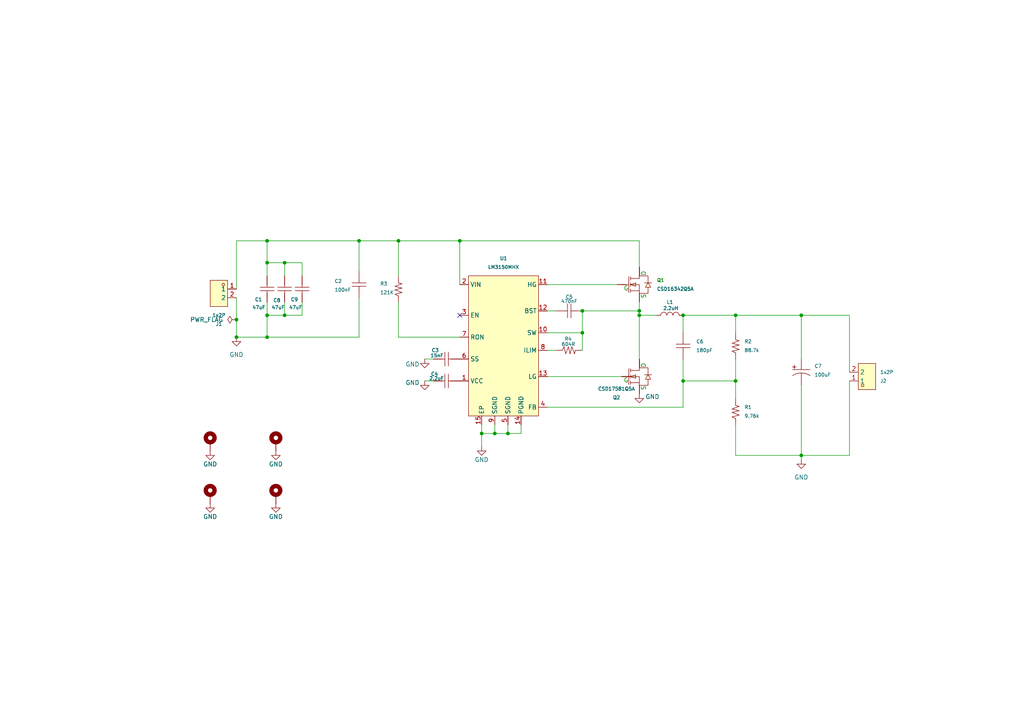
<source format=kicad_sch>
(kicad_sch
	(version 20231120)
	(generator "eeschema")
	(generator_version "8.0")
	(uuid "cad6479f-a3ad-4081-9bb9-8e11731218ab")
	(paper "A4")
	(title_block
		(title "Buck Converter (LM3150)")
		(date "2025-01-13")
		(company "GIZANTECH")
	)
	(lib_symbols
		(symbol "GT_Capacitor:SMD Capacitor Non Polar"
			(exclude_from_sim no)
			(in_bom yes)
			(on_board yes)
			(property "Reference" "C?"
				(at 0 3.302 0)
				(effects
					(font
						(size 1 1)
					)
				)
			)
			(property "Value" ""
				(at 0 -5.08 0)
				(effects
					(font
						(size 1 1)
					)
				)
			)
			(property "Footprint" ""
				(at 0 -7.62 0)
				(effects
					(font
						(size 1.27 1.27)
					)
					(hide yes)
				)
			)
			(property "Datasheet" ""
				(at 0 -10.16 0)
				(effects
					(font
						(size 1.27 1.27)
					)
					(hide yes)
				)
			)
			(property "Description" ""
				(at 0 -12.7 0)
				(effects
					(font
						(size 1.27 1.27)
					)
					(hide yes)
				)
			)
			(property "LCSC Part #" ""
				(at 0 -15.24 0)
				(effects
					(font
						(size 1.27 1.27)
					)
					(hide yes)
				)
			)
			(property "JLCPCB Part #" ""
				(at 0 -17.78 0)
				(effects
					(font
						(size 1.27 1.27)
					)
					(hide yes)
				)
			)
			(property "LCSC Part ID" ""
				(at 0 -20.32 0)
				(effects
					(font
						(size 1.27 1.27)
					)
					(hide yes)
				)
			)
			(property "Manufacturer" ""
				(at 0 -22.86 0)
				(effects
					(font
						(size 1.27 1.27)
					)
					(hide yes)
				)
			)
			(property "MPN" ""
				(at 0 -25.4 0)
				(effects
					(font
						(size 1.27 1.27)
					)
					(hide yes)
				)
			)
			(property "Mouser #" ""
				(at 0 -27.94 0)
				(effects
					(font
						(size 1.27 1.27)
					)
					(hide yes)
				)
			)
			(property "DigiKey Part Number" ""
				(at 0 -30.48 0)
				(effects
					(font
						(size 1.27 1.27)
					)
					(hide yes)
				)
			)
			(property "USER" ""
				(at 0 -33.02 0)
				(effects
					(font
						(size 1.27 1.27)
					)
					(hide yes)
				)
			)
			(symbol "SMD Capacitor Non Polar_1_0"
				(polyline
					(pts
						(xy -1.27 0) (xy -0.508 0)
					)
					(stroke
						(width 0)
						(type default)
					)
					(fill
						(type none)
					)
				)
				(polyline
					(pts
						(xy -0.508 2.032) (xy -0.508 -2.032)
					)
					(stroke
						(width 0)
						(type default)
					)
					(fill
						(type none)
					)
				)
				(polyline
					(pts
						(xy 0.508 0) (xy 1.27 0)
					)
					(stroke
						(width 0)
						(type default)
					)
					(fill
						(type none)
					)
				)
				(polyline
					(pts
						(xy 0.508 2.032) (xy 0.508 -2.032)
					)
					(stroke
						(width 0)
						(type default)
					)
					(fill
						(type none)
					)
				)
				(pin passive line
					(at -3.81 0 0)
					(length 2.54)
					(name "1"
						(effects
							(font
								(size 0 0)
							)
						)
					)
					(number "1"
						(effects
							(font
								(size 0 0)
							)
						)
					)
				)
				(pin passive line
					(at 3.81 0 180)
					(length 2.54)
					(name "2"
						(effects
							(font
								(size 0 0)
							)
						)
					)
					(number "2"
						(effects
							(font
								(size 0 0)
							)
						)
					)
				)
			)
		)
		(symbol "GT_Capacitor:SMD Capacitor Polar"
			(exclude_from_sim no)
			(in_bom yes)
			(on_board yes)
			(property "Reference" "C?"
				(at 4.064 -0.254 0)
				(effects
					(font
						(size 1 1)
					)
				)
			)
			(property "Value" ""
				(at 0 -5.08 0)
				(effects
					(font
						(size 1 1)
					)
				)
			)
			(property "Footprint" ""
				(at 0 -7.62 0)
				(effects
					(font
						(size 1.27 1.27)
					)
					(hide yes)
				)
			)
			(property "Datasheet" ""
				(at 0 -10.16 0)
				(effects
					(font
						(size 1.27 1.27)
					)
					(hide yes)
				)
			)
			(property "Description" ""
				(at 0 -12.7 0)
				(effects
					(font
						(size 1.27 1.27)
					)
					(hide yes)
				)
			)
			(property "LCSC Part #" ""
				(at 0 -15.24 0)
				(effects
					(font
						(size 1.27 1.27)
					)
					(hide yes)
				)
			)
			(property "JLCPCB Part #" ""
				(at 0 -17.78 0)
				(effects
					(font
						(size 1.27 1.27)
					)
					(hide yes)
				)
			)
			(property "LCSC Part ID" ""
				(at 0 -20.32 0)
				(effects
					(font
						(size 1.27 1.27)
					)
					(hide yes)
				)
			)
			(property "Manufacturer" ""
				(at 0 -22.86 0)
				(effects
					(font
						(size 1.27 1.27)
					)
					(hide yes)
				)
			)
			(property "MPN" ""
				(at 0 -25.4 0)
				(effects
					(font
						(size 1.27 1.27)
					)
					(hide yes)
				)
			)
			(property "Mouser #" ""
				(at 0 -27.94 0)
				(effects
					(font
						(size 1.27 1.27)
					)
					(hide yes)
				)
			)
			(property "DigiKey Part Number" ""
				(at 0 -30.48 0)
				(effects
					(font
						(size 1.27 1.27)
					)
					(hide yes)
				)
			)
			(property "USER" ""
				(at 0 -33.02 0)
				(effects
					(font
						(size 1.27 1.27)
					)
					(hide yes)
				)
			)
			(symbol "SMD Capacitor Polar_1_0"
				(rectangle
					(start -2.54 1.4986)
					(end -1.524 1.524)
					(stroke
						(width 0)
						(type default)
					)
					(fill
						(type none)
					)
				)
				(rectangle
					(start -2.032 1.016)
					(end -2.0066 2.032)
					(stroke
						(width 0)
						(type default)
					)
					(fill
						(type none)
					)
				)
				(arc
					(start 0 -0.254)
					(mid -1.3371 -0.4113)
					(end -2.54 -1.016)
					(stroke
						(width 0)
						(type default)
					)
					(fill
						(type none)
					)
				)
				(polyline
					(pts
						(xy -2.54 0.762) (xy 2.54 0.762)
					)
					(stroke
						(width 0)
						(type default)
					)
					(fill
						(type none)
					)
				)
				(arc
					(start 2.54 -1.016)
					(mid 1.3371 -0.4112)
					(end 0 -0.254)
					(stroke
						(width 0)
						(type default)
					)
					(fill
						(type none)
					)
				)
				(pin passive line
					(at 0 3.81 270)
					(length 3.048)
					(name "1"
						(effects
							(font
								(size 0 0)
							)
						)
					)
					(number "1"
						(effects
							(font
								(size 0 0)
							)
						)
					)
				)
				(pin passive line
					(at 0 -3.81 90)
					(length 3.556)
					(name "2"
						(effects
							(font
								(size 0 0)
							)
						)
					)
					(number "2"
						(effects
							(font
								(size 0 0)
							)
						)
					)
				)
			)
		)
		(symbol "GT_Inductor:SMD Inductor"
			(exclude_from_sim no)
			(in_bom yes)
			(on_board yes)
			(property "Reference" "L?"
				(at 0 2.54 0)
				(effects
					(font
						(size 1 1)
					)
				)
			)
			(property "Value" ""
				(at 0 -5.08 0)
				(effects
					(font
						(size 1 1)
					)
				)
			)
			(property "Footprint" ""
				(at 0 -7.62 0)
				(effects
					(font
						(size 1.27 1.27)
					)
					(hide yes)
				)
			)
			(property "Datasheet" ""
				(at 0 -10.16 0)
				(effects
					(font
						(size 1.27 1.27)
					)
					(hide yes)
				)
			)
			(property "Description" ""
				(at 0 -12.7 0)
				(effects
					(font
						(size 1.27 1.27)
					)
					(hide yes)
				)
			)
			(property "LCSC Part #" ""
				(at 0 -15.24 0)
				(effects
					(font
						(size 1.27 1.27)
					)
					(hide yes)
				)
			)
			(property "JLCPCB Part #" ""
				(at 0 -17.78 0)
				(effects
					(font
						(size 1.27 1.27)
					)
					(hide yes)
				)
			)
			(property "LCSC Part ID" ""
				(at 0 -20.32 0)
				(effects
					(font
						(size 1.27 1.27)
					)
					(hide yes)
				)
			)
			(property "Manufacturer" ""
				(at 0 -22.86 0)
				(effects
					(font
						(size 1.27 1.27)
					)
					(hide yes)
				)
			)
			(property "MPN" ""
				(at 0 -25.4 0)
				(effects
					(font
						(size 1.27 1.27)
					)
					(hide yes)
				)
			)
			(property "Mouser #" ""
				(at 0 -27.94 0)
				(effects
					(font
						(size 1.27 1.27)
					)
					(hide yes)
				)
			)
			(property "DigiKey Part Number" ""
				(at 0 -30.48 0)
				(effects
					(font
						(size 1.27 1.27)
					)
					(hide yes)
				)
			)
			(property "USER" ""
				(at 0 -33.02 0)
				(effects
					(font
						(size 1.27 1.27)
					)
					(hide yes)
				)
			)
			(symbol "SMD Inductor_1_0"
				(arc
					(start -0.889 0)
					(mid -1.778 0.889)
					(end -2.667 0)
					(stroke
						(width 0)
						(type default)
					)
					(fill
						(type none)
					)
				)
				(arc
					(start 0.889 -0.0001)
					(mid 0.0001 0.889)
					(end -0.889 0.0002)
					(stroke
						(width 0)
						(type default)
					)
					(fill
						(type none)
					)
				)
				(arc
					(start 2.667 -0.0001)
					(mid 1.7781 0.889)
					(end 0.889 0.0002)
					(stroke
						(width 0)
						(type default)
					)
					(fill
						(type none)
					)
				)
				(pin passive line
					(at -3.81 0 0)
					(length 1.143)
					(name "1"
						(effects
							(font
								(size 0 0)
							)
						)
					)
					(number "1"
						(effects
							(font
								(size 0 0)
							)
						)
					)
				)
				(pin passive line
					(at 3.81 0 180)
					(length 1.143)
					(name "2"
						(effects
							(font
								(size 0 0)
							)
						)
					)
					(number "2"
						(effects
							(font
								(size 0 0)
							)
						)
					)
				)
			)
		)
		(symbol "GT_Resistor:SMD Resistor"
			(exclude_from_sim no)
			(in_bom yes)
			(on_board yes)
			(property "Reference" "R?"
				(at 0 5.08 0)
				(effects
					(font
						(size 1 1)
					)
				)
			)
			(property "Value" ""
				(at 0 -5.08 0)
				(effects
					(font
						(size 1 1)
					)
				)
			)
			(property "Footprint" ""
				(at 0 -7.62 0)
				(effects
					(font
						(size 1.27 1.27)
					)
					(hide yes)
				)
			)
			(property "Datasheet" ""
				(at 0 -10.16 0)
				(effects
					(font
						(size 1.27 1.27)
					)
					(hide yes)
				)
			)
			(property "Description" ""
				(at 0 -12.7 0)
				(effects
					(font
						(size 1.27 1.27)
					)
					(hide yes)
				)
			)
			(property "LCSC Part #" ""
				(at 0 -15.24 0)
				(effects
					(font
						(size 1.27 1.27)
					)
					(hide yes)
				)
			)
			(property "JLCPCB Part #" ""
				(at 0 -17.78 0)
				(effects
					(font
						(size 1.27 1.27)
					)
					(hide yes)
				)
			)
			(property "LCSC Part ID" ""
				(at 0 -20.32 0)
				(effects
					(font
						(size 1.27 1.27)
					)
					(hide yes)
				)
			)
			(property "Manufacturer" ""
				(at 0 -22.86 0)
				(effects
					(font
						(size 1.27 1.27)
					)
					(hide yes)
				)
			)
			(property "MPN" ""
				(at 0 -25.4 0)
				(effects
					(font
						(size 1.27 1.27)
					)
					(hide yes)
				)
			)
			(property "Mouser #" ""
				(at 0 -27.94 0)
				(effects
					(font
						(size 1.27 1.27)
					)
					(hide yes)
				)
			)
			(property "DigiKey Part Number" ""
				(at 0 -30.48 0)
				(effects
					(font
						(size 1.27 1.27)
					)
					(hide yes)
				)
			)
			(property "USER" ""
				(at 0 -33.02 0)
				(effects
					(font
						(size 1.27 1.27)
					)
					(hide yes)
				)
			)
			(symbol "SMD Resistor_0_1"
				(polyline
					(pts
						(xy -2.032 0) (xy -2.54 0)
					)
					(stroke
						(width 0)
						(type default)
					)
					(fill
						(type none)
					)
				)
				(polyline
					(pts
						(xy 1.778 0) (xy 2.54 0)
					)
					(stroke
						(width 0)
						(type default)
					)
					(fill
						(type none)
					)
				)
			)
			(symbol "SMD Resistor_1_0"
				(polyline
					(pts
						(xy -2.032 0) (xy -1.524 1.016)
					)
					(stroke
						(width 0)
						(type default)
					)
					(fill
						(type none)
					)
				)
				(polyline
					(pts
						(xy -1.524 1.016) (xy -1.016 -1.016)
					)
					(stroke
						(width 0)
						(type default)
					)
					(fill
						(type none)
					)
				)
				(polyline
					(pts
						(xy -1.016 -1.016) (xy -0.254 1.016)
					)
					(stroke
						(width 0)
						(type default)
					)
					(fill
						(type none)
					)
				)
				(polyline
					(pts
						(xy -0.254 1.016) (xy 0.254 -1.016)
					)
					(stroke
						(width 0)
						(type default)
					)
					(fill
						(type none)
					)
				)
				(polyline
					(pts
						(xy 0.254 -1.016) (xy 0.762 1.016)
					)
					(stroke
						(width 0)
						(type default)
					)
					(fill
						(type none)
					)
				)
				(polyline
					(pts
						(xy 0.762 1.016) (xy 1.524 -1.016)
					)
					(stroke
						(width 0)
						(type default)
					)
					(fill
						(type none)
					)
				)
				(polyline
					(pts
						(xy 1.524 -1.016) (xy 1.778 0)
					)
					(stroke
						(width 0)
						(type default)
					)
					(fill
						(type none)
					)
				)
				(pin passive line
					(at -3.81 0 0)
					(length 1.27)
					(name "1"
						(effects
							(font
								(size 0 0)
							)
						)
					)
					(number "1"
						(effects
							(font
								(size 0 0)
							)
						)
					)
				)
				(pin passive line
					(at 3.81 0 180)
					(length 1.27)
					(name "2"
						(effects
							(font
								(size 0 0)
							)
						)
					)
					(number "2"
						(effects
							(font
								(size 0 0)
							)
						)
					)
				)
			)
		)
		(symbol "GT_Screw-Terminal-Blocks:ST-Plugin,5.08mm-2P"
			(exclude_from_sim no)
			(in_bom yes)
			(on_board yes)
			(property "Reference" "J?"
				(at 0 5.08 0)
				(effects
					(font
						(size 1 1)
					)
				)
			)
			(property "Value" "1x2P"
				(at 0 -5.08 0)
				(effects
					(font
						(size 1 1)
					)
				)
			)
			(property "Footprint" "GT_Connectors:ST-2P-Plugin,P=5.08mm"
				(at 0 -7.62 0)
				(effects
					(font
						(size 1.27 1.27)
					)
					(hide yes)
				)
			)
			(property "Datasheet" ""
				(at 0 -10.16 0)
				(effects
					(font
						(size 1.27 1.27)
					)
					(hide yes)
				)
			)
			(property "Description" ""
				(at 0 -12.7 0)
				(effects
					(font
						(size 1.27 1.27)
					)
					(hide yes)
				)
			)
			(property "LCSC Part #" ""
				(at 0 -15.24 0)
				(effects
					(font
						(size 1.27 1.27)
					)
					(hide yes)
				)
			)
			(property "JLCPCB Part #" ""
				(at 0 -17.78 0)
				(effects
					(font
						(size 1.27 1.27)
					)
					(hide yes)
				)
			)
			(property "LCSC Part ID" ""
				(at 0 -20.32 0)
				(effects
					(font
						(size 1.27 1.27)
					)
					(hide yes)
				)
			)
			(property "Manufacturer" ""
				(at 0 -22.86 0)
				(effects
					(font
						(size 1.27 1.27)
					)
					(hide yes)
				)
			)
			(property "MPN" ""
				(at 0 -25.4 0)
				(effects
					(font
						(size 1.27 1.27)
					)
					(hide yes)
				)
			)
			(property "Mouser #" ""
				(at 0 -27.94 0)
				(effects
					(font
						(size 1.27 1.27)
					)
					(hide yes)
				)
			)
			(property "DigiKey Part Number" ""
				(at 0 -30.48 0)
				(effects
					(font
						(size 1.27 1.27)
					)
					(hide yes)
				)
			)
			(property "USER" ""
				(at 0 -33.02 0)
				(effects
					(font
						(size 1.27 1.27)
					)
					(hide yes)
				)
			)
			(symbol "ST-Plugin,5.08mm-2P_1_0"
				(rectangle
					(start -2.54 3.81)
					(end 2.54 -3.81)
					(stroke
						(width 0)
						(type default)
					)
					(fill
						(type background)
					)
				)
				(circle
					(center -1.27 2.54)
					(radius 0.381)
					(stroke
						(width 0)
						(type default)
					)
					(fill
						(type none)
					)
				)
				(pin passive line
					(at -5.08 1.27 0)
					(length 2.54)
					(name "1"
						(effects
							(font
								(size 1.27 1.27)
							)
						)
					)
					(number "1"
						(effects
							(font
								(size 1.27 1.27)
							)
						)
					)
				)
				(pin passive line
					(at -5.08 -1.27 0)
					(length 2.54)
					(name "2"
						(effects
							(font
								(size 1.27 1.27)
							)
						)
					)
					(number "2"
						(effects
							(font
								(size 1.27 1.27)
							)
						)
					)
				)
			)
		)
		(symbol "Mechanical:MountingHole_Pad"
			(pin_numbers hide)
			(pin_names
				(offset 1.016) hide)
			(exclude_from_sim yes)
			(in_bom no)
			(on_board yes)
			(property "Reference" "H"
				(at 0 6.35 0)
				(effects
					(font
						(size 1.27 1.27)
					)
				)
			)
			(property "Value" "MountingHole_Pad"
				(at 0 4.445 0)
				(effects
					(font
						(size 1.27 1.27)
					)
				)
			)
			(property "Footprint" ""
				(at 0 0 0)
				(effects
					(font
						(size 1.27 1.27)
					)
					(hide yes)
				)
			)
			(property "Datasheet" "~"
				(at 0 0 0)
				(effects
					(font
						(size 1.27 1.27)
					)
					(hide yes)
				)
			)
			(property "Description" "Mounting Hole with connection"
				(at 0 0 0)
				(effects
					(font
						(size 1.27 1.27)
					)
					(hide yes)
				)
			)
			(property "ki_keywords" "mounting hole"
				(at 0 0 0)
				(effects
					(font
						(size 1.27 1.27)
					)
					(hide yes)
				)
			)
			(property "ki_fp_filters" "MountingHole*Pad*"
				(at 0 0 0)
				(effects
					(font
						(size 1.27 1.27)
					)
					(hide yes)
				)
			)
			(symbol "MountingHole_Pad_0_1"
				(circle
					(center 0 1.27)
					(radius 1.27)
					(stroke
						(width 1.27)
						(type default)
					)
					(fill
						(type none)
					)
				)
			)
			(symbol "MountingHole_Pad_1_1"
				(pin input line
					(at 0 -2.54 90)
					(length 2.54)
					(name "1"
						(effects
							(font
								(size 1.27 1.27)
							)
						)
					)
					(number "1"
						(effects
							(font
								(size 1.27 1.27)
							)
						)
					)
				)
			)
		)
		(symbol "Buck_converter:CSD16342Q5A"
			(exclude_from_sim no)
			(in_bom yes)
			(on_board yes)
			(property "Reference" "Q?"
				(at 0 10.16 0)
				(effects
					(font
						(size 1 1)
						(color 0 132 0 1)
					)
				)
			)
			(property "Value" "CSD16342Q5A"
				(at 0.762 -11.176 0)
				(effects
					(font
						(size 1 1)
					)
				)
			)
			(property "Footprint" "Buck_converter:PQFN-8_L5.8-W4.9-P1.27-LS6.0-BL"
				(at 0 -13.716 0)
				(effects
					(font
						(size 1 1)
					)
					(hide yes)
				)
			)
			(property "Datasheet" "https://www.ti.com/cn/lit/gpn/csd16342q5a"
				(at 0 -15.24 0)
				(effects
					(font
						(size 1 1)
					)
					(hide yes)
				)
			)
			(property "Description" "25V 100A 3W 4.7mΩ@20A,8V 1.1V@250uA 1PCSNChannel VSONP-8(5x6)  MOSFETs ROHS"
				(at 0 -17.78 0)
				(effects
					(font
						(size 1 1)
					)
					(hide yes)
				)
			)
			(property "LCSC Part #" "https://www.lcsc.com/product-detail/mosfets_texas-instruments-csd16342q5a_C2760459.html"
				(at 0 -20.32 0)
				(effects
					(font
						(size 1 1)
					)
					(hide yes)
				)
			)
			(property "JLCPCB Part #" "https://jlcpcb.com/partdetail/TexasInstruments-CSD16342Q5A/C2760459"
				(at 0 -22.86 0)
				(effects
					(font
						(size 1 1)
					)
					(hide yes)
				)
			)
			(property "LCSC Part ID" "C2760459"
				(at 0 -25.4 0)
				(effects
					(font
						(size 1 1)
					)
					(hide yes)
				)
			)
			(property "Manufacturer" "Texas Instruments "
				(at 0 -27.94 0)
				(effects
					(font
						(size 1 1)
					)
					(hide yes)
				)
			)
			(property "MPN" "CSD16342Q5A"
				(at 0 -30.48 0)
				(effects
					(font
						(size 1 1)
					)
					(hide yes)
				)
			)
			(property "Mouser #" ""
				(at 0 -33.02 0)
				(effects
					(font
						(size 1 1)
					)
					(hide yes)
				)
			)
			(property "DigiKey Part Number" ""
				(at 0 -35.56 0)
				(effects
					(font
						(size 1 1)
					)
					(hide yes)
				)
			)
			(property "USER" ""
				(at 0 -38.1 0)
				(effects
					(font
						(size 1 1)
					)
					(hide yes)
				)
			)
			(symbol "CSD16342Q5A_0_1"
				(polyline
					(pts
						(xy -3.81 0) (xy -1.78 0)
					)
					(stroke
						(width 0)
						(type default)
					)
					(fill
						(type none)
					)
				)
				(polyline
					(pts
						(xy -1.78 2.29) (xy -1.78 -2.29)
					)
					(stroke
						(width 0)
						(type default)
					)
					(fill
						(type none)
					)
				)
				(polyline
					(pts
						(xy -1.27 -2.29) (xy -1.27 -1.27)
					)
					(stroke
						(width 0)
						(type default)
					)
					(fill
						(type none)
					)
				)
				(polyline
					(pts
						(xy -1.27 -0.51) (xy -1.27 0.51)
					)
					(stroke
						(width 0)
						(type default)
					)
					(fill
						(type none)
					)
				)
				(polyline
					(pts
						(xy -1.27 2.29) (xy -1.27 1.27)
					)
					(stroke
						(width 0)
						(type default)
					)
					(fill
						(type none)
					)
				)
				(polyline
					(pts
						(xy 1.27 -1.78) (xy -1.27 -1.78)
					)
					(stroke
						(width 0)
						(type default)
					)
					(fill
						(type none)
					)
				)
				(polyline
					(pts
						(xy -1.27 0) (xy 0.25 -0.51) (xy 0.25 0.51) (xy -1.27 0)
					)
					(stroke
						(width 0)
						(type default)
					)
					(fill
						(type background)
					)
				)
				(polyline
					(pts
						(xy 3.81 0.51) (xy 3.05 -0.76) (xy 4.57 -0.76) (xy 3.81 0.51)
					)
					(stroke
						(width 0)
						(type default)
					)
					(fill
						(type background)
					)
				)
				(polyline
					(pts
						(xy 4.83 0.51) (xy 4.32 0.51) (xy 3.3 0.51) (xy 2.79 0.51)
					)
					(stroke
						(width 0)
						(type default)
					)
					(fill
						(type none)
					)
				)
				(polyline
					(pts
						(xy -1.27 0) (xy 1.27 0) (xy 1.27 -2.54) (xy 3.81 -2.54) (xy 3.81 -0.76)
					)
					(stroke
						(width 0)
						(type default)
					)
					(fill
						(type none)
					)
				)
				(polyline
					(pts
						(xy -1.27 1.78) (xy 1.27 1.78) (xy 1.27 2.54) (xy 3.81 2.54) (xy 3.81 0.51)
					)
					(stroke
						(width 0)
						(type default)
					)
					(fill
						(type none)
					)
				)
				(pin passive line
					(at 1.27 -5.08 90)
					(length 2.54)
					(name "S"
						(effects
							(font
								(size 0 0)
							)
						)
					)
					(number "1"
						(effects
							(font
								(size 0 0)
							)
						)
					)
				)
				(pin passive line
					(at 1.27 -5.08 90)
					(length 2.54)
					(name "S"
						(effects
							(font
								(size 0 0)
							)
						)
					)
					(number "3"
						(effects
							(font
								(size 0 0)
							)
						)
					)
				)
			)
			(symbol "CSD16342Q5A_1_1"
				(text "D"
					(at 2.54 3.302 900)
					(effects
						(font
							(size 1.27 1.27)
							(color 0 132 0 1)
						)
					)
				)
				(text "G"
					(at -2.54 -1.016 0)
					(effects
						(font
							(size 1.27 1.27)
							(color 0 132 0 1)
						)
					)
				)
				(text "S"
					(at 2.54 -3.302 900)
					(effects
						(font
							(size 1.27 1.27)
							(color 0 132 0 1)
						)
					)
				)
				(pin passive line
					(at 1.27 -5.08 90)
					(length 2.54)
					(name "S"
						(effects
							(font
								(size 0 0)
							)
						)
					)
					(number "2"
						(effects
							(font
								(size 0 0)
							)
						)
					)
				)
				(pin passive line
					(at -5.08 0 0)
					(length 2.54)
					(name "G"
						(effects
							(font
								(size 0 0)
							)
						)
					)
					(number "4"
						(effects
							(font
								(size 0 0)
							)
						)
					)
				)
				(pin passive line
					(at 1.27 5.08 270)
					(length 2.54)
					(name "D"
						(effects
							(font
								(size 0 0)
							)
						)
					)
					(number "5"
						(effects
							(font
								(size 0 0)
							)
						)
					)
				)
				(pin passive line
					(at 1.27 5.08 270)
					(length 2.54)
					(name "D"
						(effects
							(font
								(size 0 0)
							)
						)
					)
					(number "6"
						(effects
							(font
								(size 0 0)
							)
						)
					)
				)
				(pin passive line
					(at 1.27 5.08 270)
					(length 2.54)
					(name "D"
						(effects
							(font
								(size 0 0)
							)
						)
					)
					(number "7"
						(effects
							(font
								(size 0 0)
							)
						)
					)
				)
				(pin passive line
					(at 1.27 5.08 270)
					(length 2.54)
					(name "D"
						(effects
							(font
								(size 0 0)
							)
						)
					)
					(number "8"
						(effects
							(font
								(size 0 0)
							)
						)
					)
				)
				(pin passive line
					(at 1.27 5.08 270)
					(length 2.54)
					(name "D"
						(effects
							(font
								(size 0 0)
							)
						)
					)
					(number "9"
						(effects
							(font
								(size 0 0)
							)
						)
					)
				)
			)
		)
		(symbol "Buck_converter:CSD17581Q5A"
			(exclude_from_sim no)
			(in_bom yes)
			(on_board yes)
			(property "Reference" "Q?"
				(at 0.254 11.43 0)
				(effects
					(font
						(size 1 1)
					)
				)
			)
			(property "Value" "CSD17581Q5A"
				(at 0.254 -11.684 0)
				(effects
					(font
						(size 1 1)
					)
				)
			)
			(property "Footprint" "Buck_converter:DFN-8_L5.8-W4.9-P1.27-LS6.0-BL-1"
				(at 0 -14.478 0)
				(effects
					(font
						(size 1 1)
					)
					(hide yes)
				)
			)
			(property "Datasheet" "https://wmsc.lcsc.com/wmsc/upload/file/pdf/v2/lcsc/1912202029_Texas-Instruments-CSD17581Q5A_C471056.pdf"
				(at 0 -17.018 0)
				(effects
					(font
						(size 1 1)
					)
					(hide yes)
				)
			)
			(property "Description" "30V 24A 3.1W 3.4mΩ@10V,16A 1.7V@250uA 1PCSNChannel VSONP-8(4.9x6)  MOSFETs ROHS"
				(at 0 -19.558 0)
				(effects
					(font
						(size 1 1)
					)
					(hide yes)
				)
			)
			(property "LCSC Part #" "https://www.lcsc.com/product-detail/mosfets_texas-instruments-csd17581q5a_C471056.html"
				(at 0 -22.098 0)
				(effects
					(font
						(size 1 1)
					)
					(hide yes)
				)
			)
			(property "JLCPCB Part #" "https://jlcpcb.com/partdetail/TexasInstruments-CSD17581Q5A/C471056"
				(at 0 -24.638 0)
				(effects
					(font
						(size 1 1)
					)
					(hide yes)
				)
			)
			(property "LCSC Part ID" "C471056"
				(at 0 -27.178 0)
				(effects
					(font
						(size 1 1)
					)
					(hide yes)
				)
			)
			(property "Manufacturer" "Texas Instruments "
				(at 0 -29.718 0)
				(effects
					(font
						(size 1 1)
					)
					(hide yes)
				)
			)
			(property "MPN" "CSD17581Q5A"
				(at 0 -32.258 0)
				(effects
					(font
						(size 1 1)
					)
					(hide yes)
				)
			)
			(property "Mouser #" ""
				(at 0 -33.02 0)
				(effects
					(font
						(size 1 1)
					)
					(hide yes)
				)
			)
			(property "DigiKey Part Number" ""
				(at 0 -35.56 0)
				(effects
					(font
						(size 1 1)
					)
					(hide yes)
				)
			)
			(property "USER" ""
				(at 0 -38.1 0)
				(effects
					(font
						(size 1 1)
					)
					(hide yes)
				)
			)
			(symbol "CSD17581Q5A_0_1"
				(polyline
					(pts
						(xy -5.08 0) (xy -3.05 0)
					)
					(stroke
						(width 0)
						(type default)
					)
					(fill
						(type none)
					)
				)
				(polyline
					(pts
						(xy -3.05 2.29) (xy -3.05 -2.29)
					)
					(stroke
						(width 0)
						(type default)
					)
					(fill
						(type none)
					)
				)
				(polyline
					(pts
						(xy -2.54 -2.29) (xy -2.54 -1.27)
					)
					(stroke
						(width 0)
						(type default)
					)
					(fill
						(type none)
					)
				)
				(polyline
					(pts
						(xy -2.54 -0.51) (xy -2.54 0.51)
					)
					(stroke
						(width 0)
						(type default)
					)
					(fill
						(type none)
					)
				)
				(polyline
					(pts
						(xy -2.54 2.29) (xy -2.54 1.27)
					)
					(stroke
						(width 0)
						(type default)
					)
					(fill
						(type none)
					)
				)
				(polyline
					(pts
						(xy 0 -1.78) (xy -2.54 -1.78)
					)
					(stroke
						(width 0)
						(type default)
					)
					(fill
						(type none)
					)
				)
				(polyline
					(pts
						(xy -2.54 0) (xy -1.02 -0.51) (xy -1.02 0.51) (xy -2.54 0)
					)
					(stroke
						(width 0)
						(type default)
					)
					(fill
						(type background)
					)
				)
				(polyline
					(pts
						(xy 2.54 0.51) (xy 1.78 -0.76) (xy 3.3 -0.76) (xy 2.54 0.51)
					)
					(stroke
						(width 0)
						(type default)
					)
					(fill
						(type background)
					)
				)
				(polyline
					(pts
						(xy 3.56 0.51) (xy 3.05 0.51) (xy 2.03 0.51) (xy 1.52 0.51)
					)
					(stroke
						(width 0)
						(type default)
					)
					(fill
						(type none)
					)
				)
				(polyline
					(pts
						(xy -2.54 0) (xy 0 0) (xy 0 -2.54) (xy 2.54 -2.54) (xy 2.54 -0.76)
					)
					(stroke
						(width 0)
						(type default)
					)
					(fill
						(type none)
					)
				)
				(polyline
					(pts
						(xy -2.54 1.78) (xy 0 1.78) (xy 0 2.54) (xy 2.54 2.54) (xy 2.54 0.51)
					)
					(stroke
						(width 0)
						(type default)
					)
					(fill
						(type none)
					)
				)
				(pin passive line
					(at 0 -5.08 90)
					(length 2.54)
					(name "S"
						(effects
							(font
								(size 0 0)
							)
						)
					)
					(number "1"
						(effects
							(font
								(size 0 0)
							)
						)
					)
				)
				(pin passive line
					(at 0 -5.08 90)
					(length 2.54)
					(name "S"
						(effects
							(font
								(size 0 0)
							)
						)
					)
					(number "2"
						(effects
							(font
								(size 0 0)
							)
						)
					)
				)
				(pin passive line
					(at 0 -5.08 90)
					(length 2.54)
					(name "S"
						(effects
							(font
								(size 0 0)
							)
						)
					)
					(number "3"
						(effects
							(font
								(size 0 0)
							)
						)
					)
				)
				(pin passive line
					(at -5.08 0 0)
					(length 2.54)
					(name "G"
						(effects
							(font
								(size 0 0)
							)
						)
					)
					(number "4"
						(effects
							(font
								(size 0 0)
							)
						)
					)
				)
				(pin passive line
					(at 0 5.08 270)
					(length 2.54)
					(name "D"
						(effects
							(font
								(size 0 0)
							)
						)
					)
					(number "5"
						(effects
							(font
								(size 0 0)
							)
						)
					)
				)
				(pin passive line
					(at 0 5.08 270)
					(length 2.54)
					(name "D"
						(effects
							(font
								(size 0 0)
							)
						)
					)
					(number "6"
						(effects
							(font
								(size 0 0)
							)
						)
					)
				)
				(pin passive line
					(at 0 5.08 270)
					(length 2.54)
					(name "D"
						(effects
							(font
								(size 0 0)
							)
						)
					)
					(number "7"
						(effects
							(font
								(size 0 0)
							)
						)
					)
				)
				(pin passive line
					(at 0 5.08 270)
					(length 2.54)
					(name "D"
						(effects
							(font
								(size 0 0)
							)
						)
					)
					(number "8"
						(effects
							(font
								(size 0 0)
							)
						)
					)
				)
				(pin passive line
					(at 0 5.08 270)
					(length 2.54)
					(name "D"
						(effects
							(font
								(size 0 0)
							)
						)
					)
					(number "9"
						(effects
							(font
								(size 0 0)
							)
						)
					)
				)
			)
			(symbol "CSD17581Q5A_1_1"
				(text "D"
					(at 1.27 3.302 900)
					(effects
						(font
							(size 1.27 1.27)
							(color 0 132 0 1)
						)
					)
				)
				(text "G"
					(at -3.81 -1.016 0)
					(effects
						(font
							(size 1.27 1.27)
							(color 0 132 0 1)
						)
					)
				)
				(text "S"
					(at 1.27 -3.302 900)
					(effects
						(font
							(size 1.27 1.27)
							(color 0 132 0 1)
						)
					)
				)
			)
		)
		(symbol "Buck_converter:LM3150MHX"
			(exclude_from_sim no)
			(in_bom yes)
			(on_board yes)
			(property "Reference" "U?"
				(at 0 21.082 0)
				(effects
					(font
						(size 1 1)
					)
				)
			)
			(property "Value" "LM3150MHX"
				(at 0.254 19.05 0)
				(effects
					(font
						(size 1 1)
					)
				)
			)
			(property "Footprint" "Buck_converter:HTSSOP-14_L5.0-W4.4-P0.65-LS6.4-BL-EP"
				(at 0 -37.846 0)
				(effects
					(font
						(size 1 1)
					)
					(hide yes)
				)
			)
			(property "Datasheet" "https://www.lcsc.com/datasheet/lcsc_datasheet_1806151712_Texas-Instruments-LM3150MHX-NOPB_C48112.pdf"
				(at 0 -40.386 0)
				(effects
					(font
						(size 1 1)
					)
					(hide yes)
				)
			)
			(property "Description" "Step-down type 6V~42V 12A HTSSOP-14-EP DC-DC Converters ROHS"
				(at 0 -42.926 0)
				(effects
					(font
						(size 1 1)
					)
					(hide yes)
				)
			)
			(property "LCSC Part #" "https://www.lcsc.com/product-detail/dc-dc-converters_texas-instruments-lm3150mhx-nopb_C48112.html"
				(at 0 -45.466 0)
				(effects
					(font
						(size 1 1)
					)
					(hide yes)
				)
			)
			(property "JLCPCB Part #" "https://jlcpcb.com/partdetail/TexasInstruments-LM3150MHXNOPB/C48112"
				(at 0 -48.006 0)
				(effects
					(font
						(size 1 1)
					)
					(hide yes)
				)
			)
			(property "LCSC Part ID" "C48112"
				(at 0 -50.546 0)
				(effects
					(font
						(size 1 1)
					)
					(hide yes)
				)
			)
			(property "Manufacturer" "Texas Instruments "
				(at 0 -53.086 0)
				(effects
					(font
						(size 1 1)
					)
					(hide yes)
				)
			)
			(property "MPN" "LM3150MHX"
				(at 0 -55.626 0)
				(effects
					(font
						(size 1 1)
					)
					(hide yes)
				)
			)
			(property "Mouser #" ""
				(at 0 -58.166 0)
				(effects
					(font
						(size 1 1)
					)
					(hide yes)
				)
			)
			(property "DigiKey Part Number" ""
				(at 0 -60.706 0)
				(effects
					(font
						(size 1 1)
					)
					(hide yes)
				)
			)
			(property "USER" ""
				(at 0 -63.246 0)
				(effects
					(font
						(size 1 1)
					)
					(hide yes)
				)
			)
			(symbol "LM3150MHX_0_1"
				(rectangle
					(start -10.16 17.78)
					(end 10.16 -22.86)
					(stroke
						(width 0)
						(type default)
					)
					(fill
						(type background)
					)
				)
				(pin passive line
					(at -12.7 -12.7 0)
					(length 2.54)
					(name "VCC"
						(effects
							(font
								(size 1.27 1.27)
							)
						)
					)
					(number "1"
						(effects
							(font
								(size 1.27 1.27)
							)
						)
					)
				)
				(pin passive line
					(at 12.7 1.27 180)
					(length 2.54)
					(name "SW"
						(effects
							(font
								(size 1.27 1.27)
							)
						)
					)
					(number "10"
						(effects
							(font
								(size 1.27 1.27)
							)
						)
					)
				)
				(pin passive line
					(at 12.7 15.24 180)
					(length 2.54)
					(name "HG"
						(effects
							(font
								(size 1.27 1.27)
							)
						)
					)
					(number "11"
						(effects
							(font
								(size 1.27 1.27)
							)
						)
					)
				)
				(pin passive line
					(at 12.7 7.62 180)
					(length 2.54)
					(name "BST"
						(effects
							(font
								(size 1.27 1.27)
							)
						)
					)
					(number "12"
						(effects
							(font
								(size 1.27 1.27)
							)
						)
					)
				)
				(pin passive line
					(at 12.7 -11.43 180)
					(length 2.54)
					(name "LG"
						(effects
							(font
								(size 1.27 1.27)
							)
						)
					)
					(number "13"
						(effects
							(font
								(size 1.27 1.27)
							)
						)
					)
				)
				(pin passive line
					(at 5.08 -25.4 90)
					(length 2.54)
					(name "PGND"
						(effects
							(font
								(size 1.27 1.27)
							)
						)
					)
					(number "14"
						(effects
							(font
								(size 1.27 1.27)
							)
						)
					)
				)
				(pin passive line
					(at -12.7 15.24 0)
					(length 2.54)
					(name "VIN"
						(effects
							(font
								(size 1.27 1.27)
							)
						)
					)
					(number "2"
						(effects
							(font
								(size 1.27 1.27)
							)
						)
					)
				)
				(pin passive line
					(at -12.7 6.35 0)
					(length 2.54)
					(name "EN"
						(effects
							(font
								(size 1.27 1.27)
							)
						)
					)
					(number "3"
						(effects
							(font
								(size 1.27 1.27)
							)
						)
					)
				)
				(pin passive line
					(at 12.7 -20.32 180)
					(length 2.54)
					(name "FB"
						(effects
							(font
								(size 1.27 1.27)
							)
						)
					)
					(number "4"
						(effects
							(font
								(size 1.27 1.27)
							)
						)
					)
				)
				(pin passive line
					(at 1.27 -25.4 90)
					(length 2.54)
					(name "SGND"
						(effects
							(font
								(size 1.27 1.27)
							)
						)
					)
					(number "5"
						(effects
							(font
								(size 1.27 1.27)
							)
						)
					)
				)
				(pin passive line
					(at -12.7 -6.35 0)
					(length 2.54)
					(name "SS"
						(effects
							(font
								(size 1.27 1.27)
							)
						)
					)
					(number "6"
						(effects
							(font
								(size 1.27 1.27)
							)
						)
					)
				)
				(pin passive line
					(at -12.7 0 0)
					(length 2.54)
					(name "RON"
						(effects
							(font
								(size 1.27 1.27)
							)
						)
					)
					(number "7"
						(effects
							(font
								(size 1.27 1.27)
							)
						)
					)
				)
				(pin passive line
					(at 12.7 -3.81 180)
					(length 2.54)
					(name "ILIM"
						(effects
							(font
								(size 1.27 1.27)
							)
						)
					)
					(number "8"
						(effects
							(font
								(size 1.27 1.27)
							)
						)
					)
				)
				(pin passive line
					(at -2.54 -25.4 90)
					(length 2.54)
					(name "SGND"
						(effects
							(font
								(size 1.27 1.27)
							)
						)
					)
					(number "9"
						(effects
							(font
								(size 1.27 1.27)
							)
						)
					)
				)
			)
			(symbol "LM3150MHX_1_1"
				(pin passive line
					(at -6.35 -25.4 90)
					(length 2.54)
					(name "EP"
						(effects
							(font
								(size 1.27 1.27)
							)
						)
					)
					(number "15"
						(effects
							(font
								(size 1.27 1.27)
							)
						)
					)
				)
			)
		)
		(symbol "power:GND"
			(power)
			(pin_numbers hide)
			(pin_names
				(offset 0) hide)
			(exclude_from_sim no)
			(in_bom yes)
			(on_board yes)
			(property "Reference" "#PWR"
				(at 0 -6.35 0)
				(effects
					(font
						(size 1.27 1.27)
					)
					(hide yes)
				)
			)
			(property "Value" "GND"
				(at 0 -3.81 0)
				(effects
					(font
						(size 1.27 1.27)
					)
				)
			)
			(property "Footprint" ""
				(at 0 0 0)
				(effects
					(font
						(size 1.27 1.27)
					)
					(hide yes)
				)
			)
			(property "Datasheet" ""
				(at 0 0 0)
				(effects
					(font
						(size 1.27 1.27)
					)
					(hide yes)
				)
			)
			(property "Description" "Power symbol creates a global label with name \"GND\" , ground"
				(at 0 0 0)
				(effects
					(font
						(size 1.27 1.27)
					)
					(hide yes)
				)
			)
			(property "ki_keywords" "global power"
				(at 0 0 0)
				(effects
					(font
						(size 1.27 1.27)
					)
					(hide yes)
				)
			)
			(symbol "GND_0_1"
				(polyline
					(pts
						(xy 0 0) (xy 0 -1.27) (xy 1.27 -1.27) (xy 0 -2.54) (xy -1.27 -1.27) (xy 0 -1.27)
					)
					(stroke
						(width 0)
						(type default)
					)
					(fill
						(type none)
					)
				)
			)
			(symbol "GND_1_1"
				(pin power_in line
					(at 0 0 270)
					(length 0)
					(name "~"
						(effects
							(font
								(size 1.27 1.27)
							)
						)
					)
					(number "1"
						(effects
							(font
								(size 1.27 1.27)
							)
						)
					)
				)
			)
		)
		(symbol "power:PWR_FLAG"
			(power)
			(pin_numbers hide)
			(pin_names
				(offset 0) hide)
			(exclude_from_sim no)
			(in_bom yes)
			(on_board yes)
			(property "Reference" "#FLG"
				(at 0 1.905 0)
				(effects
					(font
						(size 1.27 1.27)
					)
					(hide yes)
				)
			)
			(property "Value" "PWR_FLAG"
				(at 0 3.81 0)
				(effects
					(font
						(size 1.27 1.27)
					)
				)
			)
			(property "Footprint" ""
				(at 0 0 0)
				(effects
					(font
						(size 1.27 1.27)
					)
					(hide yes)
				)
			)
			(property "Datasheet" "~"
				(at 0 0 0)
				(effects
					(font
						(size 1.27 1.27)
					)
					(hide yes)
				)
			)
			(property "Description" "Special symbol for telling ERC where power comes from"
				(at 0 0 0)
				(effects
					(font
						(size 1.27 1.27)
					)
					(hide yes)
				)
			)
			(property "ki_keywords" "flag power"
				(at 0 0 0)
				(effects
					(font
						(size 1.27 1.27)
					)
					(hide yes)
				)
			)
			(symbol "PWR_FLAG_0_0"
				(pin power_out line
					(at 0 0 90)
					(length 0)
					(name "~"
						(effects
							(font
								(size 1.27 1.27)
							)
						)
					)
					(number "1"
						(effects
							(font
								(size 1.27 1.27)
							)
						)
					)
				)
			)
			(symbol "PWR_FLAG_0_1"
				(polyline
					(pts
						(xy 0 0) (xy 0 1.27) (xy -1.016 1.905) (xy 0 2.54) (xy 1.016 1.905) (xy 0 1.27)
					)
					(stroke
						(width 0)
						(type default)
					)
					(fill
						(type none)
					)
				)
			)
		)
	)
	(junction
		(at 168.91 90.17)
		(diameter 0)
		(color 0 0 0 0)
		(uuid "0132edd9-b465-4b41-85f9-34cb76e1c1e2")
	)
	(junction
		(at 168.91 96.52)
		(diameter 0)
		(color 0 0 0 0)
		(uuid "08ec9d2d-89d4-4a6c-9107-107102482993")
	)
	(junction
		(at 185.42 91.44)
		(diameter 0)
		(color 0 0 0 0)
		(uuid "0f17c5bd-c122-43d7-8c01-1e46960e7e59")
	)
	(junction
		(at 68.58 92.71)
		(diameter 0)
		(color 0 0 0 0)
		(uuid "1133c1e9-b28f-427a-8663-b35a62d84f49")
	)
	(junction
		(at 133.35 69.85)
		(diameter 0)
		(color 0 0 0 0)
		(uuid "15e308e1-9064-4c3c-86de-1bb76c9f1bcb")
	)
	(junction
		(at 77.47 97.79)
		(diameter 0)
		(color 0 0 0 0)
		(uuid "1abf36cc-df06-4160-a923-6a761db05b72")
	)
	(junction
		(at 82.55 76.2)
		(diameter 0)
		(color 0 0 0 0)
		(uuid "21cc5030-ac52-4bf3-bc6a-d5d057349a73")
	)
	(junction
		(at 82.55 91.44)
		(diameter 0)
		(color 0 0 0 0)
		(uuid "25d65b3d-33f4-42a8-bbff-32459845ab8a")
	)
	(junction
		(at 139.7 125.73)
		(diameter 0)
		(color 0 0 0 0)
		(uuid "2a44654d-43b2-4888-8bb7-946ac38f4168")
	)
	(junction
		(at 213.36 110.49)
		(diameter 0)
		(color 0 0 0 0)
		(uuid "3129988a-ce6d-46bb-9a58-2d132fafe42f")
	)
	(junction
		(at 198.12 110.49)
		(diameter 0)
		(color 0 0 0 0)
		(uuid "34a17877-9f0e-425e-957a-0a9418b16d34")
	)
	(junction
		(at 68.58 97.79)
		(diameter 0)
		(color 0 0 0 0)
		(uuid "543a6d29-304a-4c4a-a4f9-26f7fb060c7f")
	)
	(junction
		(at 77.47 69.85)
		(diameter 0)
		(color 0 0 0 0)
		(uuid "5e19778c-9bb3-4f26-a97d-5064ff2818b0")
	)
	(junction
		(at 232.41 132.08)
		(diameter 0)
		(color 0 0 0 0)
		(uuid "68ca6a34-7117-4f36-a419-03f3feaa7096")
	)
	(junction
		(at 185.42 90.17)
		(diameter 0)
		(color 0 0 0 0)
		(uuid "8613bea3-63ef-4d0b-a23c-1fc62ee3cca4")
	)
	(junction
		(at 77.47 76.2)
		(diameter 0)
		(color 0 0 0 0)
		(uuid "8e89c006-4f5c-4c57-9dbd-10d2b0d60edf")
	)
	(junction
		(at 198.12 91.44)
		(diameter 0)
		(color 0 0 0 0)
		(uuid "9de85b23-0bd3-4fee-ac4c-d52b7fbc3ada")
	)
	(junction
		(at 147.32 125.73)
		(diameter 0)
		(color 0 0 0 0)
		(uuid "a376052e-9a5b-4814-8e0b-428ff796569d")
	)
	(junction
		(at 77.47 91.44)
		(diameter 0)
		(color 0 0 0 0)
		(uuid "a66fa6c0-7dc0-4c19-9ad3-e4221c77a9d2")
	)
	(junction
		(at 115.57 69.85)
		(diameter 0)
		(color 0 0 0 0)
		(uuid "c57c4063-4d92-4a79-a6c7-12dc3cd85c1b")
	)
	(junction
		(at 213.36 91.44)
		(diameter 0)
		(color 0 0 0 0)
		(uuid "ca8d6b67-04a2-4632-af9f-ff0b51726753")
	)
	(junction
		(at 232.41 91.44)
		(diameter 0)
		(color 0 0 0 0)
		(uuid "d8be27b6-49ef-4b52-9d95-9fb1878cdfc3")
	)
	(junction
		(at 143.51 125.73)
		(diameter 0)
		(color 0 0 0 0)
		(uuid "e1d80992-fefc-436d-a5a6-c6fc8bdf3ec3")
	)
	(junction
		(at 104.14 69.85)
		(diameter 0)
		(color 0 0 0 0)
		(uuid "f9c2faef-7f63-451f-af75-047d3d6754d2")
	)
	(no_connect
		(at 133.35 91.44)
		(uuid "0602420d-25a4-414c-8487-7be919db9334")
	)
	(wire
		(pts
			(xy 198.12 118.11) (xy 158.75 118.11)
		)
		(stroke
			(width 0)
			(type default)
		)
		(uuid "09a69939-01f4-453c-9d6e-c2da584b2a50")
	)
	(wire
		(pts
			(xy 87.63 76.2) (xy 87.63 80.01)
		)
		(stroke
			(width 0)
			(type default)
		)
		(uuid "0a5b5a75-78d4-4e7f-ab98-5f2a8a6a7e30")
	)
	(wire
		(pts
			(xy 104.14 69.85) (xy 104.14 78.74)
		)
		(stroke
			(width 0)
			(type default)
		)
		(uuid "0ade6bf2-e4f8-4b61-951b-5037decaa6ae")
	)
	(wire
		(pts
			(xy 77.47 97.79) (xy 77.47 91.44)
		)
		(stroke
			(width 0)
			(type default)
		)
		(uuid "0be0860d-c638-41a6-a0ea-3166e332502c")
	)
	(wire
		(pts
			(xy 139.7 123.19) (xy 139.7 125.73)
		)
		(stroke
			(width 0)
			(type default)
		)
		(uuid "0e5d223e-7129-4db2-b50b-412527283e50")
	)
	(wire
		(pts
			(xy 185.42 90.17) (xy 185.42 91.44)
		)
		(stroke
			(width 0)
			(type default)
		)
		(uuid "123f2ab5-2e55-4759-814f-c43c0ad15e17")
	)
	(wire
		(pts
			(xy 232.41 111.76) (xy 232.41 132.08)
		)
		(stroke
			(width 0)
			(type default)
		)
		(uuid "14138d05-0141-4670-b726-e773d99af3bd")
	)
	(wire
		(pts
			(xy 115.57 87.63) (xy 115.57 97.79)
		)
		(stroke
			(width 0)
			(type default)
		)
		(uuid "17e4abf4-e1a8-4d38-9626-c6d7bd634f14")
	)
	(wire
		(pts
			(xy 143.51 125.73) (xy 147.32 125.73)
		)
		(stroke
			(width 0)
			(type default)
		)
		(uuid "1b47c8a9-65b8-42aa-87c4-918fd9a623f1")
	)
	(wire
		(pts
			(xy 168.91 96.52) (xy 168.91 101.6)
		)
		(stroke
			(width 0)
			(type default)
		)
		(uuid "1c125b64-fd2f-4b93-89ee-0a68427cf915")
	)
	(wire
		(pts
			(xy 68.58 97.79) (xy 77.47 97.79)
		)
		(stroke
			(width 0)
			(type default)
		)
		(uuid "23272827-b5f9-4bb8-a8c6-aac151b0de00")
	)
	(wire
		(pts
			(xy 77.47 76.2) (xy 77.47 80.01)
		)
		(stroke
			(width 0)
			(type default)
		)
		(uuid "26decd42-470e-4ffd-8426-826bb51f4816")
	)
	(wire
		(pts
			(xy 123.19 104.14) (xy 125.73 104.14)
		)
		(stroke
			(width 0)
			(type default)
		)
		(uuid "293b7014-26be-4223-92d3-6a7f3479a86c")
	)
	(wire
		(pts
			(xy 213.36 104.14) (xy 213.36 110.49)
		)
		(stroke
			(width 0)
			(type default)
		)
		(uuid "3256e0a0-7073-45fc-bdc2-30cb265cddb4")
	)
	(wire
		(pts
			(xy 151.13 125.73) (xy 147.32 125.73)
		)
		(stroke
			(width 0)
			(type default)
		)
		(uuid "371a5338-f27c-4db1-b6d9-4c0090eec3df")
	)
	(wire
		(pts
			(xy 143.51 123.19) (xy 143.51 125.73)
		)
		(stroke
			(width 0)
			(type default)
		)
		(uuid "37b92637-966e-423f-9cab-f0469adc56c9")
	)
	(wire
		(pts
			(xy 168.91 90.17) (xy 185.42 90.17)
		)
		(stroke
			(width 0)
			(type default)
		)
		(uuid "383da6ce-1757-41cc-aded-50c962af81a4")
	)
	(wire
		(pts
			(xy 87.63 91.44) (xy 82.55 91.44)
		)
		(stroke
			(width 0)
			(type default)
		)
		(uuid "38aefcc7-24a1-481b-8039-8b97aa14cc72")
	)
	(wire
		(pts
			(xy 246.38 132.08) (xy 232.41 132.08)
		)
		(stroke
			(width 0)
			(type default)
		)
		(uuid "3ae323ef-0573-4967-b308-ab4ebbcd5865")
	)
	(wire
		(pts
			(xy 82.55 87.63) (xy 82.55 91.44)
		)
		(stroke
			(width 0)
			(type default)
		)
		(uuid "42e70d84-055d-4e69-a70b-3af9edd0e6c6")
	)
	(wire
		(pts
			(xy 185.42 91.44) (xy 185.42 104.14)
		)
		(stroke
			(width 0)
			(type default)
		)
		(uuid "43039aa3-76c2-41cf-bf8b-a7ab5b79c08a")
	)
	(wire
		(pts
			(xy 139.7 125.73) (xy 139.7 129.54)
		)
		(stroke
			(width 0)
			(type default)
		)
		(uuid "458dab94-32d1-4fdc-ac25-17ade1d04e29")
	)
	(wire
		(pts
			(xy 246.38 91.44) (xy 232.41 91.44)
		)
		(stroke
			(width 0)
			(type default)
		)
		(uuid "4810aa9c-a73c-4037-9529-d9647189e37b")
	)
	(wire
		(pts
			(xy 77.47 76.2) (xy 82.55 76.2)
		)
		(stroke
			(width 0)
			(type default)
		)
		(uuid "488ca82a-4643-4f2a-a957-08d0a77369ee")
	)
	(wire
		(pts
			(xy 158.75 101.6) (xy 161.29 101.6)
		)
		(stroke
			(width 0)
			(type default)
		)
		(uuid "4a1dccc0-3870-4486-b1b8-38a2bfdedb3e")
	)
	(wire
		(pts
			(xy 115.57 69.85) (xy 115.57 80.01)
		)
		(stroke
			(width 0)
			(type default)
		)
		(uuid "503144da-3168-446b-aed2-9a7b6df0228b")
	)
	(wire
		(pts
			(xy 198.12 110.49) (xy 213.36 110.49)
		)
		(stroke
			(width 0)
			(type default)
		)
		(uuid "5315d4d4-67a7-4c70-a8cd-fb7b92545292")
	)
	(wire
		(pts
			(xy 213.36 110.49) (xy 213.36 115.57)
		)
		(stroke
			(width 0)
			(type default)
		)
		(uuid "5476ad6f-816b-45a7-8724-47dc7071cf17")
	)
	(wire
		(pts
			(xy 133.35 69.85) (xy 185.42 69.85)
		)
		(stroke
			(width 0)
			(type default)
		)
		(uuid "554ba581-fec1-4eb4-9889-07a51d4db3c3")
	)
	(wire
		(pts
			(xy 185.42 69.85) (xy 185.42 77.47)
		)
		(stroke
			(width 0)
			(type default)
		)
		(uuid "5a662837-5021-40c6-ad18-cbc6ca9857b2")
	)
	(wire
		(pts
			(xy 213.36 132.08) (xy 213.36 123.19)
		)
		(stroke
			(width 0)
			(type default)
		)
		(uuid "5c77ccfa-5d63-4dbf-88a8-79aa6003eee7")
	)
	(wire
		(pts
			(xy 185.42 87.63) (xy 185.42 90.17)
		)
		(stroke
			(width 0)
			(type default)
		)
		(uuid "6122e265-e1a1-43d5-ad08-49c2731cc883")
	)
	(wire
		(pts
			(xy 87.63 87.63) (xy 87.63 91.44)
		)
		(stroke
			(width 0)
			(type default)
		)
		(uuid "64b217e6-0bd3-4bdc-9b98-d8b8f14f09d5")
	)
	(wire
		(pts
			(xy 82.55 91.44) (xy 77.47 91.44)
		)
		(stroke
			(width 0)
			(type default)
		)
		(uuid "677c7da0-5cb5-4e8e-a12b-2507b7ee98a2")
	)
	(wire
		(pts
			(xy 198.12 91.44) (xy 198.12 96.52)
		)
		(stroke
			(width 0)
			(type default)
		)
		(uuid "6f254adf-82f1-4621-b077-557d8666d646")
	)
	(wire
		(pts
			(xy 123.19 110.49) (xy 125.73 110.49)
		)
		(stroke
			(width 0)
			(type default)
		)
		(uuid "7a367346-592c-442b-93b5-22296a22bfe4")
	)
	(wire
		(pts
			(xy 82.55 76.2) (xy 87.63 76.2)
		)
		(stroke
			(width 0)
			(type default)
		)
		(uuid "7d237960-b854-4733-93ad-a5ec3621f18c")
	)
	(wire
		(pts
			(xy 158.75 109.22) (xy 180.34 109.22)
		)
		(stroke
			(width 0)
			(type default)
		)
		(uuid "7f1e0f2f-5e07-44a7-8571-3f8f00c0dd4f")
	)
	(wire
		(pts
			(xy 139.7 125.73) (xy 143.51 125.73)
		)
		(stroke
			(width 0)
			(type default)
		)
		(uuid "80f0b0ea-2f0e-4dfd-8582-a92f46f3ab5c")
	)
	(wire
		(pts
			(xy 158.75 90.17) (xy 161.29 90.17)
		)
		(stroke
			(width 0)
			(type default)
		)
		(uuid "82d27801-c6d7-4fbb-9e04-f9c3a3378580")
	)
	(wire
		(pts
			(xy 133.35 82.55) (xy 133.35 69.85)
		)
		(stroke
			(width 0)
			(type default)
		)
		(uuid "8310466d-81e9-4352-9956-0798465da044")
	)
	(wire
		(pts
			(xy 158.75 96.52) (xy 168.91 96.52)
		)
		(stroke
			(width 0)
			(type default)
		)
		(uuid "83fa9542-6568-419b-9ba8-191cb6224edb")
	)
	(wire
		(pts
			(xy 115.57 69.85) (xy 133.35 69.85)
		)
		(stroke
			(width 0)
			(type default)
		)
		(uuid "884f6139-38a9-444e-a59d-145b9dc9d2ca")
	)
	(wire
		(pts
			(xy 68.58 92.71) (xy 68.58 97.79)
		)
		(stroke
			(width 0)
			(type default)
		)
		(uuid "88a52d33-33c0-41d5-ba9e-09f20842d259")
	)
	(wire
		(pts
			(xy 77.47 97.79) (xy 104.14 97.79)
		)
		(stroke
			(width 0)
			(type default)
		)
		(uuid "8b129ec5-83f1-4f49-95c8-3991771b62ae")
	)
	(wire
		(pts
			(xy 68.58 83.82) (xy 68.58 69.85)
		)
		(stroke
			(width 0)
			(type default)
		)
		(uuid "8ed8e55d-1fc8-4dd1-b6c7-58e1700d07b6")
	)
	(wire
		(pts
			(xy 77.47 91.44) (xy 77.47 87.63)
		)
		(stroke
			(width 0)
			(type default)
		)
		(uuid "94609a11-8af8-4d2b-a356-1c626fcfe5b0")
	)
	(wire
		(pts
			(xy 185.42 91.44) (xy 190.5 91.44)
		)
		(stroke
			(width 0)
			(type default)
		)
		(uuid "981ac5e6-807f-442b-9530-78dde5d86f89")
	)
	(wire
		(pts
			(xy 68.58 69.85) (xy 77.47 69.85)
		)
		(stroke
			(width 0)
			(type default)
		)
		(uuid "9f867f57-3f64-48ab-9c79-b59ee112e082")
	)
	(wire
		(pts
			(xy 232.41 91.44) (xy 213.36 91.44)
		)
		(stroke
			(width 0)
			(type default)
		)
		(uuid "a1e90e4b-17b4-4d57-9f4d-fe48cc60b77b")
	)
	(wire
		(pts
			(xy 198.12 118.11) (xy 198.12 110.49)
		)
		(stroke
			(width 0)
			(type default)
		)
		(uuid "a2b2aa8d-57d1-4dd9-880c-100c35fe5f88")
	)
	(wire
		(pts
			(xy 147.32 125.73) (xy 147.32 123.19)
		)
		(stroke
			(width 0)
			(type default)
		)
		(uuid "a872c4fc-b53b-4424-92b3-aeff2eaf9d20")
	)
	(wire
		(pts
			(xy 168.91 90.17) (xy 168.91 96.52)
		)
		(stroke
			(width 0)
			(type default)
		)
		(uuid "a8c4476b-72dc-43d6-85e0-fe3bb1f84b3f")
	)
	(wire
		(pts
			(xy 77.47 69.85) (xy 104.14 69.85)
		)
		(stroke
			(width 0)
			(type default)
		)
		(uuid "a8d74cf9-4f95-4251-b6d1-691cf6d9fb71")
	)
	(wire
		(pts
			(xy 213.36 96.52) (xy 213.36 91.44)
		)
		(stroke
			(width 0)
			(type default)
		)
		(uuid "b3cfda6b-1a42-48d7-a6b7-2dfc326f5eff")
	)
	(wire
		(pts
			(xy 246.38 107.95) (xy 246.38 91.44)
		)
		(stroke
			(width 0)
			(type default)
		)
		(uuid "b83036a8-59db-41ef-a6a6-77ccd01e841a")
	)
	(wire
		(pts
			(xy 104.14 86.36) (xy 104.14 97.79)
		)
		(stroke
			(width 0)
			(type default)
		)
		(uuid "b9530114-90fb-4aad-93bf-5e8d3602b7c7")
	)
	(wire
		(pts
			(xy 115.57 97.79) (xy 133.35 97.79)
		)
		(stroke
			(width 0)
			(type default)
		)
		(uuid "bcfc1417-be15-4315-842b-f4b3664101ee")
	)
	(wire
		(pts
			(xy 198.12 104.14) (xy 198.12 110.49)
		)
		(stroke
			(width 0)
			(type default)
		)
		(uuid "be569f05-602d-412e-af3f-433725835e83")
	)
	(wire
		(pts
			(xy 82.55 76.2) (xy 82.55 80.01)
		)
		(stroke
			(width 0)
			(type default)
		)
		(uuid "be758abd-57c3-401d-8043-c39f86986a2e")
	)
	(wire
		(pts
			(xy 246.38 110.49) (xy 246.38 132.08)
		)
		(stroke
			(width 0)
			(type default)
		)
		(uuid "c1dbbe08-0452-42f5-a279-2d78999b0b26")
	)
	(wire
		(pts
			(xy 232.41 132.08) (xy 232.41 133.35)
		)
		(stroke
			(width 0)
			(type default)
		)
		(uuid "c9475bdc-2964-4b12-a633-e705ec867fd2")
	)
	(wire
		(pts
			(xy 151.13 123.19) (xy 151.13 125.73)
		)
		(stroke
			(width 0)
			(type default)
		)
		(uuid "d1ebd4b8-d212-40b3-a990-9f73040bbdc2")
	)
	(wire
		(pts
			(xy 232.41 132.08) (xy 213.36 132.08)
		)
		(stroke
			(width 0)
			(type default)
		)
		(uuid "d2993136-0828-4356-99d0-8ac607e26b86")
	)
	(wire
		(pts
			(xy 104.14 69.85) (xy 115.57 69.85)
		)
		(stroke
			(width 0)
			(type default)
		)
		(uuid "d4195974-43ea-4ad9-873a-0d20d12e9442")
	)
	(wire
		(pts
			(xy 213.36 91.44) (xy 198.12 91.44)
		)
		(stroke
			(width 0)
			(type default)
		)
		(uuid "d7d801f1-8d8c-4d17-a91e-559fce40428d")
	)
	(wire
		(pts
			(xy 77.47 69.85) (xy 77.47 76.2)
		)
		(stroke
			(width 0)
			(type default)
		)
		(uuid "e2f982bd-c6f7-4c72-896a-d438162bac4d")
	)
	(wire
		(pts
			(xy 232.41 104.14) (xy 232.41 91.44)
		)
		(stroke
			(width 0)
			(type default)
		)
		(uuid "e57782b7-c77f-484b-b376-0cf49478f85b")
	)
	(wire
		(pts
			(xy 158.75 82.55) (xy 179.07 82.55)
		)
		(stroke
			(width 0)
			(type default)
		)
		(uuid "ec89b53a-2db9-4c97-bce2-e33a9770abaf")
	)
	(wire
		(pts
			(xy 68.58 86.36) (xy 68.58 92.71)
		)
		(stroke
			(width 0)
			(type default)
		)
		(uuid "fcf38c12-1a76-4626-bc16-b0d8f746f844")
	)
	(symbol
		(lib_id "GT_Capacitor:SMD Capacitor Non Polar")
		(at 87.63 83.82 90)
		(unit 1)
		(exclude_from_sim no)
		(in_bom yes)
		(on_board yes)
		(dnp no)
		(uuid "01305798-5ef2-4a0f-be37-8d5bcb32c8c6")
		(property "Reference" "C9"
			(at 84.328 86.868 90)
			(effects
				(font
					(size 1 1)
				)
				(justify right)
			)
		)
		(property "Value" "47uF"
			(at 83.82 89.154 90)
			(effects
				(font
					(size 1 1)
				)
				(justify right)
			)
		)
		(property "Footprint" "GT_Capacitor:C1206"
			(at 95.25 83.82 0)
			(effects
				(font
					(size 1.27 1.27)
				)
				(hide yes)
			)
		)
		(property "Datasheet" "https://www.lcsc.com/datasheet/lcsc_datasheet_1912111437_Murata-Electronics-GRM31CR61E476ME44L_C403725.pdf"
			(at 97.79 83.82 0)
			(effects
				(font
					(size 1.27 1.27)
				)
				(hide yes)
			)
		)
		(property "Description" "25V 47uF X5R ±20% 1206 Multilayer Ceramic Capacitors MLCC - SMD\\u002FSMT ROHS"
			(at 100.33 83.82 0)
			(effects
				(font
					(size 1.27 1.27)
				)
				(hide yes)
			)
		)
		(property "LCSC Part #" "https://www.lcsc.com/product-detail/multilayer-ceramic-capacitors-mlcc-smd-smt_murata-electronics-grm31cr61e476me44l_C403725.html"
			(at 102.87 83.82 0)
			(effects
				(font
					(size 1.27 1.27)
				)
				(hide yes)
			)
		)
		(property "JLCPCB Part #" "https://jlcpcb.com/partdetail/389810-GRM31CR61E476ME44L/C403725"
			(at 105.41 83.82 0)
			(effects
				(font
					(size 1.27 1.27)
				)
				(hide yes)
			)
		)
		(property "LCSC Part ID" "C403725"
			(at 107.95 83.82 0)
			(effects
				(font
					(size 1.27 1.27)
				)
				(hide yes)
			)
		)
		(property "Manufacturer" "Murata Electronics "
			(at 110.49 83.82 0)
			(effects
				(font
					(size 1.27 1.27)
				)
				(hide yes)
			)
		)
		(property "MPN" "GRM31CR61E476ME44L"
			(at 113.03 83.82 0)
			(effects
				(font
					(size 1.27 1.27)
				)
				(hide yes)
			)
		)
		(property "Mouser #" ""
			(at 115.57 83.82 0)
			(effects
				(font
					(size 1.27 1.27)
				)
				(hide yes)
			)
		)
		(property "DigiKey Part Number" ""
			(at 118.11 83.82 0)
			(effects
				(font
					(size 1.27 1.27)
				)
				(hide yes)
			)
		)
		(property "USER" ""
			(at 120.65 83.82 0)
			(effects
				(font
					(size 1.27 1.27)
				)
				(hide yes)
			)
		)
		(pin "1"
			(uuid "b573f98a-f04c-4cb3-bac8-f27a33e7b643")
		)
		(pin "2"
			(uuid "48c142f8-aa66-4bea-8f97-760de3f97158")
		)
		(instances
			(project "Buck converter V1.0"
				(path "/cad6479f-a3ad-4081-9bb9-8e11731218ab"
					(reference "C9")
					(unit 1)
				)
			)
		)
	)
	(symbol
		(lib_id "Mechanical:MountingHole_Pad")
		(at 80.01 143.51 0)
		(unit 1)
		(exclude_from_sim yes)
		(in_bom no)
		(on_board yes)
		(dnp no)
		(fields_autoplaced yes)
		(uuid "077e24fc-7b6f-418b-9e9e-88f976a982da")
		(property "Reference" "H4"
			(at 82.55 140.9699 0)
			(effects
				(font
					(size 1.27 1.27)
				)
				(justify left)
				(hide yes)
			)
		)
		(property "Value" "MountingHole_Pad"
			(at 82.55 143.5099 0)
			(effects
				(font
					(size 1.27 1.27)
				)
				(justify left)
				(hide yes)
			)
		)
		(property "Footprint" "MountingHole:MountingHole_3.2mm_M3_Pad_Via"
			(at 80.01 143.51 0)
			(effects
				(font
					(size 1.27 1.27)
				)
				(hide yes)
			)
		)
		(property "Datasheet" "~"
			(at 80.01 143.51 0)
			(effects
				(font
					(size 1.27 1.27)
				)
				(hide yes)
			)
		)
		(property "Description" "Mounting Hole with connection"
			(at 80.01 143.51 0)
			(effects
				(font
					(size 1.27 1.27)
				)
				(hide yes)
			)
		)
		(pin "1"
			(uuid "68443dd9-2867-4f29-bafb-980d8d0d0d13")
		)
		(instances
			(project "Buck converter V1.0"
				(path "/cad6479f-a3ad-4081-9bb9-8e11731218ab"
					(reference "H4")
					(unit 1)
				)
			)
		)
	)
	(symbol
		(lib_id "GT_Resistor:SMD Resistor")
		(at 213.36 100.33 90)
		(unit 1)
		(exclude_from_sim no)
		(in_bom yes)
		(on_board yes)
		(dnp no)
		(fields_autoplaced yes)
		(uuid "0dc988a7-efd1-4326-8bbe-b366f814ecf1")
		(property "Reference" "R2"
			(at 215.9 99.06 90)
			(effects
				(font
					(size 1 1)
				)
				(justify right)
			)
		)
		(property "Value" "88.7k"
			(at 215.9 101.6 90)
			(effects
				(font
					(size 1 1)
				)
				(justify right)
			)
		)
		(property "Footprint" "GT_Resistor:R1206"
			(at 220.98 100.33 0)
			(effects
				(font
					(size 1.27 1.27)
				)
				(hide yes)
			)
		)
		(property "Datasheet" "https://wmsc.lcsc.com/wmsc/upload/file/pdf/v2/lcsc/2005291509_YAGEO-RC1206FR-0788K7L_C488995.pdf"
			(at 223.52 100.33 0)
			(effects
				(font
					(size 1.27 1.27)
				)
				(hide yes)
			)
		)
		(property "Description" "250mW Thick Film Resistors 200V ±100ppm\\u002F℃ ±1% 88.7kΩ 1206  Chip Resistor - Surface Mount ROHS"
			(at 226.06 100.33 0)
			(effects
				(font
					(size 1.27 1.27)
				)
				(hide yes)
			)
		)
		(property "LCSC Part #" "https://www.lcsc.com/product-detail/chip-resistor-surface-mount_yageo-rc1206fr-0788k7l_C488995.html"
			(at 228.6 100.33 0)
			(effects
				(font
					(size 1.27 1.27)
				)
				(hide yes)
			)
		)
		(property "JLCPCB Part #" "https://jlcpcb.com/partdetail/Yageo-RC1206FR0788K7L/C488995"
			(at 231.14 100.33 0)
			(effects
				(font
					(size 1.27 1.27)
				)
				(hide yes)
			)
		)
		(property "LCSC Part ID" "C488995"
			(at 233.68 100.33 0)
			(effects
				(font
					(size 1.27 1.27)
				)
				(hide yes)
			)
		)
		(property "Manufacturer" "Yageo "
			(at 236.22 100.33 0)
			(effects
				(font
					(size 1.27 1.27)
				)
				(hide yes)
			)
		)
		(property "MPN" "RC1206FR-0788K7L"
			(at 238.76 100.33 0)
			(effects
				(font
					(size 1.27 1.27)
				)
				(hide yes)
			)
		)
		(property "Mouser #" ""
			(at 241.3 100.33 0)
			(effects
				(font
					(size 1.27 1.27)
				)
				(hide yes)
			)
		)
		(property "DigiKey Part Number" ""
			(at 243.84 100.33 0)
			(effects
				(font
					(size 1.27 1.27)
				)
				(hide yes)
			)
		)
		(property "USER" ""
			(at 246.38 100.33 0)
			(effects
				(font
					(size 1.27 1.27)
				)
				(hide yes)
			)
		)
		(pin "1"
			(uuid "4a76abad-88e6-43d2-ac78-0c15d4519f09")
		)
		(pin "2"
			(uuid "0baf3be2-d9b0-435f-9df0-ddd719c36a09")
		)
		(instances
			(project "Buck converter V1.0"
				(path "/cad6479f-a3ad-4081-9bb9-8e11731218ab"
					(reference "R2")
					(unit 1)
				)
			)
		)
	)
	(symbol
		(lib_id "Buck_converter:CSD16342Q5A")
		(at 184.15 82.55 0)
		(unit 1)
		(exclude_from_sim no)
		(in_bom yes)
		(on_board yes)
		(dnp no)
		(uuid "12101e8a-1bb2-452f-8504-318b36e6cd90")
		(property "Reference" "Q1"
			(at 190.5 81.2648 0)
			(effects
				(font
					(size 1 1)
					(color 0 132 0 1)
				)
				(justify left)
			)
		)
		(property "Value" "CSD16342Q5A"
			(at 190.5 83.8048 0)
			(effects
				(font
					(size 1 1)
				)
				(justify left)
			)
		)
		(property "Footprint" "Buck_converter:PQFN-8_L5.8-W4.9-P1.27-LS6.0-BL"
			(at 184.15 96.266 0)
			(effects
				(font
					(size 1 1)
				)
				(hide yes)
			)
		)
		(property "Datasheet" "https://www.ti.com/cn/lit/gpn/csd16342q5a"
			(at 184.15 97.79 0)
			(effects
				(font
					(size 1 1)
				)
				(hide yes)
			)
		)
		(property "Description" "25V 100A 3W 4.7mΩ@20A,8V 1.1V@250uA 1PCSNChannel VSONP-8(5x6)  MOSFETs ROHS"
			(at 184.15 100.33 0)
			(effects
				(font
					(size 1 1)
				)
				(hide yes)
			)
		)
		(property "LCSC Part #" "https://www.lcsc.com/product-detail/mosfets_texas-instruments-csd16342q5a_C2760459.html"
			(at 184.15 102.87 0)
			(effects
				(font
					(size 1 1)
				)
				(hide yes)
			)
		)
		(property "JLCPCB Part #" "https://jlcpcb.com/partdetail/TexasInstruments-CSD16342Q5A/C2760459"
			(at 184.15 105.41 0)
			(effects
				(font
					(size 1 1)
				)
				(hide yes)
			)
		)
		(property "LCSC Part ID" "C2760459"
			(at 184.15 107.95 0)
			(effects
				(font
					(size 1 1)
				)
				(hide yes)
			)
		)
		(property "Manufacturer" "Texas Instruments "
			(at 184.15 110.49 0)
			(effects
				(font
					(size 1 1)
				)
				(hide yes)
			)
		)
		(property "MPN" "CSD16342Q5A"
			(at 184.15 113.03 0)
			(effects
				(font
					(size 1 1)
				)
				(hide yes)
			)
		)
		(property "Mouser #" ""
			(at 184.15 115.57 0)
			(effects
				(font
					(size 1 1)
				)
				(hide yes)
			)
		)
		(property "DigiKey Part Number" ""
			(at 184.15 118.11 0)
			(effects
				(font
					(size 1 1)
				)
				(hide yes)
			)
		)
		(property "USER" ""
			(at 184.15 120.65 0)
			(effects
				(font
					(size 1 1)
				)
				(hide yes)
			)
		)
		(pin "2"
			(uuid "19b49143-420a-48e5-9ae6-763f78dfcaba")
		)
		(pin "3"
			(uuid "55d5edd6-f36e-4988-ae58-e2864aba025f")
		)
		(pin "1"
			(uuid "7e6488e8-798a-4df5-812e-65ea35176dec")
		)
		(pin "7"
			(uuid "c158c3f4-ce99-4b67-a69b-a143f85607de")
		)
		(pin "8"
			(uuid "343dc01f-31e0-47ed-a502-290de0e5bcb3")
		)
		(pin "6"
			(uuid "833d75e5-c753-46f2-948e-023a93ba627b")
		)
		(pin "5"
			(uuid "6e328fcb-0912-42d1-8377-fa93650f8edc")
		)
		(pin "4"
			(uuid "52620128-9357-4b33-8a02-a58228cac1bc")
		)
		(pin "9"
			(uuid "aa2a79ad-0c69-4cd0-b57a-431bc6fd66e0")
		)
		(instances
			(project "Buck converter V1.0"
				(path "/cad6479f-a3ad-4081-9bb9-8e11731218ab"
					(reference "Q1")
					(unit 1)
				)
			)
		)
	)
	(symbol
		(lib_id "GT_Capacitor:SMD Capacitor Non Polar")
		(at 198.12 100.33 90)
		(unit 1)
		(exclude_from_sim no)
		(in_bom yes)
		(on_board yes)
		(dnp no)
		(fields_autoplaced yes)
		(uuid "1e114bd7-d3b5-4ad3-a874-82f8e066b57e")
		(property "Reference" "C6"
			(at 201.93 99.06 90)
			(effects
				(font
					(size 1 1)
				)
				(justify right)
			)
		)
		(property "Value" "180pF"
			(at 201.93 101.6 90)
			(effects
				(font
					(size 1 1)
				)
				(justify right)
			)
		)
		(property "Footprint" "GT_Capacitor:C0805"
			(at 205.74 100.33 0)
			(effects
				(font
					(size 1.27 1.27)
				)
				(hide yes)
			)
		)
		(property "Datasheet" "https://www.lcsc.com/datasheet/lcsc_datasheet_2304140030_YAGEO-CC0805JRNPO9BN181_C113826.pdf"
			(at 208.28 100.33 0)
			(effects
				(font
					(size 1.27 1.27)
				)
				(hide yes)
			)
		)
		(property "Description" "50V 180pF NP0 ±5% 0805 Multilayer Ceramic Capacitors MLCC - SMD\\u002FSMT ROHS"
			(at 210.82 100.33 0)
			(effects
				(font
					(size 1.27 1.27)
				)
				(hide yes)
			)
		)
		(property "LCSC Part #" "https://www.lcsc.com/product-detail/multilayer-ceramic-capacitors-mlcc-smd-smt_yageo-cc0805jrnpo9bn181_C113826.html"
			(at 213.36 100.33 0)
			(effects
				(font
					(size 1.27 1.27)
				)
				(hide yes)
			)
		)
		(property "JLCPCB Part #" "https://jlcpcb.com/partdetail/Yageo-CC0805JRNPO9BN181/C113826"
			(at 215.9 100.33 0)
			(effects
				(font
					(size 1.27 1.27)
				)
				(hide yes)
			)
		)
		(property "LCSC Part ID" "C113826"
			(at 218.44 100.33 0)
			(effects
				(font
					(size 1.27 1.27)
				)
				(hide yes)
			)
		)
		(property "Manufacturer" "Yageo "
			(at 220.98 100.33 0)
			(effects
				(font
					(size 1.27 1.27)
				)
				(hide yes)
			)
		)
		(property "MPN" "CC0805JRNPO9BN181"
			(at 223.52 100.33 0)
			(effects
				(font
					(size 1.27 1.27)
				)
				(hide yes)
			)
		)
		(property "Mouser #" ""
			(at 226.06 100.33 0)
			(effects
				(font
					(size 1.27 1.27)
				)
				(hide yes)
			)
		)
		(property "DigiKey Part Number" ""
			(at 228.6 100.33 0)
			(effects
				(font
					(size 1.27 1.27)
				)
				(hide yes)
			)
		)
		(property "USER" ""
			(at 231.14 100.33 0)
			(effects
				(font
					(size 1.27 1.27)
				)
				(hide yes)
			)
		)
		(pin "1"
			(uuid "f0b3e235-5a94-4455-90a6-8e28b0ddf02d")
		)
		(pin "2"
			(uuid "cf15a180-2072-47f8-ba3c-bf5ed81bb6f8")
		)
		(instances
			(project "Buck converter V1.0"
				(path "/cad6479f-a3ad-4081-9bb9-8e11731218ab"
					(reference "C6")
					(unit 1)
				)
			)
		)
	)
	(symbol
		(lib_id "GT_Inductor:SMD Inductor")
		(at 194.31 91.44 0)
		(unit 1)
		(exclude_from_sim no)
		(in_bom yes)
		(on_board yes)
		(dnp no)
		(uuid "221f7cf7-348f-41b2-8c5c-94cee8ac4ac7")
		(property "Reference" "L1"
			(at 194.31 87.63 0)
			(effects
				(font
					(size 1 1)
				)
			)
		)
		(property "Value" "2.2uH"
			(at 194.564 89.408 0)
			(effects
				(font
					(size 1 1)
				)
			)
		)
		(property "Footprint" "Buck_converter:IND-SMD_L13.2-W12.9_MMD-12FD"
			(at 194.31 99.06 0)
			(effects
				(font
					(size 1.27 1.27)
				)
				(hide yes)
			)
		)
		(property "Datasheet" "https://wmsc.lcsc.com/wmsc/upload/file/pdf/v2/lcsc/2201242130_Vishay-Intertech-IHLP5050CEER2R2M01_C845090.pdf"
			(at 194.31 101.6 0)
			(effects
				(font
					(size 1.27 1.27)
				)
				(hide yes)
			)
		)
		(property "Description" "16A 2.2uH ±20% 29A SMD,12.9x13.2mm  Power Inductors ROHS"
			(at 194.31 104.14 0)
			(effects
				(font
					(size 1.27 1.27)
				)
				(hide yes)
			)
		)
		(property "LCSC Part #" "https://www.lcsc.com/product-detail/power-inductors_vishay-intertech-ihlp5050ceer2r2m01_C845090.html"
			(at 194.31 106.68 0)
			(effects
				(font
					(size 1.27 1.27)
				)
				(hide yes)
			)
		)
		(property "JLCPCB Part #" "https://jlcpcb.com/partdetail/VishayIntertech-IHLP5050CEER2R2M01/C845090"
			(at 194.31 109.22 0)
			(effects
				(font
					(size 1.27 1.27)
				)
				(hide yes)
			)
		)
		(property "LCSC Part ID" "C845090"
			(at 194.31 111.76 0)
			(effects
				(font
					(size 1.27 1.27)
				)
				(hide yes)
			)
		)
		(property "Manufacturer" "Vishay Intertech "
			(at 194.31 114.3 0)
			(effects
				(font
					(size 1.27 1.27)
				)
				(hide yes)
			)
		)
		(property "MPN" "IHLP5050CEER2R2M01"
			(at 194.31 116.84 0)
			(effects
				(font
					(size 1.27 1.27)
				)
				(hide yes)
			)
		)
		(property "Mouser #" ""
			(at 194.31 119.38 0)
			(effects
				(font
					(size 1.27 1.27)
				)
				(hide yes)
			)
		)
		(property "DigiKey Part Number" ""
			(at 194.31 121.92 0)
			(effects
				(font
					(size 1.27 1.27)
				)
				(hide yes)
			)
		)
		(property "USER" ""
			(at 194.31 124.46 0)
			(effects
				(font
					(size 1.27 1.27)
				)
				(hide yes)
			)
		)
		(pin "2"
			(uuid "0dfa391f-f777-4bac-8256-0726b5f6a322")
		)
		(pin "1"
			(uuid "23db1845-d230-4e22-8ebe-ac3db8ae656c")
		)
		(instances
			(project "Buck converter V1.0"
				(path "/cad6479f-a3ad-4081-9bb9-8e11731218ab"
					(reference "L1")
					(unit 1)
				)
			)
		)
	)
	(symbol
		(lib_id "power:PWR_FLAG")
		(at 68.58 92.71 90)
		(unit 1)
		(exclude_from_sim no)
		(in_bom yes)
		(on_board yes)
		(dnp no)
		(fields_autoplaced yes)
		(uuid "2e71351b-6c28-47f2-bbe9-803533f7c182")
		(property "Reference" "#FLG01"
			(at 66.675 92.71 0)
			(effects
				(font
					(size 1.27 1.27)
				)
				(hide yes)
			)
		)
		(property "Value" "PWR_FLAG"
			(at 64.77 92.7099 90)
			(effects
				(font
					(size 1.27 1.27)
				)
				(justify left)
			)
		)
		(property "Footprint" ""
			(at 68.58 92.71 0)
			(effects
				(font
					(size 1.27 1.27)
				)
				(hide yes)
			)
		)
		(property "Datasheet" "~"
			(at 68.58 92.71 0)
			(effects
				(font
					(size 1.27 1.27)
				)
				(hide yes)
			)
		)
		(property "Description" "Special symbol for telling ERC where power comes from"
			(at 68.58 92.71 0)
			(effects
				(font
					(size 1.27 1.27)
				)
				(hide yes)
			)
		)
		(pin "1"
			(uuid "d6046458-aa8d-47ea-a20c-0082309bb286")
		)
		(instances
			(project "Buck converter V1.0"
				(path "/cad6479f-a3ad-4081-9bb9-8e11731218ab"
					(reference "#FLG01")
					(unit 1)
				)
			)
		)
	)
	(symbol
		(lib_id "GT_Screw-Terminal-Blocks:ST-Plugin,5.08mm-2P")
		(at 63.5 85.09 0)
		(mirror y)
		(unit 1)
		(exclude_from_sim no)
		(in_bom yes)
		(on_board yes)
		(dnp no)
		(uuid "2ee15e5a-646e-4af7-9008-fffedf89d5a2")
		(property "Reference" "J1"
			(at 63.5 93.98 0)
			(effects
				(font
					(size 1 1)
				)
			)
		)
		(property "Value" "1x2P"
			(at 63.5 91.44 0)
			(effects
				(font
					(size 1 1)
				)
			)
		)
		(property "Footprint" "GT_Connectors:ST-2P-Plugin,P=5.08mm"
			(at 63.5 92.71 0)
			(effects
				(font
					(size 1.27 1.27)
				)
				(hide yes)
			)
		)
		(property "Datasheet" "None"
			(at 63.5 95.25 0)
			(effects
				(font
					(size 1.27 1.27)
				)
				(hide yes)
			)
		)
		(property "Description" "Copper 1x2P Tin 5.08mm 0.2~2 1 2 -40℃~+105℃ 15A 300V Green 14~26 250℃ P=5.08mm  Screw Terminal Blocks ROHS"
			(at 63.5 97.79 0)
			(effects
				(font
					(size 1.27 1.27)
				)
				(hide yes)
			)
		)
		(property "LCSC Part #" "https://www.lcsc.com/product-detail/screw-terminal-blocks_jiln-jl500-50802g01_C709041.html"
			(at 63.5 100.33 0)
			(effects
				(font
					(size 1.27 1.27)
				)
				(hide yes)
			)
		)
		(property "JLCPCB Part #" "https://jlcpcb.com/partdetail/Jiln-JL50050802G01/C709041"
			(at 63.5 102.87 0)
			(effects
				(font
					(size 1.27 1.27)
				)
				(hide yes)
			)
		)
		(property "LCSC Part ID" "C709041"
			(at 63.5 105.41 0)
			(effects
				(font
					(size 1.27 1.27)
				)
				(hide yes)
			)
		)
		(property "Manufacturer" "Jiln "
			(at 63.5 107.95 0)
			(effects
				(font
					(size 1.27 1.27)
				)
				(hide yes)
			)
		)
		(property "MPN" "JL500-50802G01_C709041"
			(at 63.5 110.49 0)
			(effects
				(font
					(size 1.27 1.27)
				)
				(hide yes)
			)
		)
		(property "Mouser #" ""
			(at 63.5 113.03 0)
			(effects
				(font
					(size 1.27 1.27)
				)
				(hide yes)
			)
		)
		(property "DigiKey Part Number" ""
			(at 63.5 115.57 0)
			(effects
				(font
					(size 1.27 1.27)
				)
				(hide yes)
			)
		)
		(property "USER" ""
			(at 63.5 118.11 0)
			(effects
				(font
					(size 1.27 1.27)
				)
				(hide yes)
			)
		)
		(pin "2"
			(uuid "349f8ada-99e5-491a-b89a-004be64d93c2")
		)
		(pin "1"
			(uuid "2c5a6864-dc02-4513-b177-5d7a1c149945")
		)
		(instances
			(project "Buck converter V1.0"
				(path "/cad6479f-a3ad-4081-9bb9-8e11731218ab"
					(reference "J1")
					(unit 1)
				)
			)
		)
	)
	(symbol
		(lib_id "GT_Capacitor:SMD Capacitor Non Polar")
		(at 77.47 83.82 90)
		(unit 1)
		(exclude_from_sim no)
		(in_bom yes)
		(on_board yes)
		(dnp no)
		(uuid "31a931a1-d7c1-43c5-9a29-a953f2576438")
		(property "Reference" "C1"
			(at 73.914 86.868 90)
			(effects
				(font
					(size 1 1)
				)
				(justify right)
			)
		)
		(property "Value" "47uF"
			(at 73.152 89.154 90)
			(effects
				(font
					(size 1 1)
				)
				(justify right)
			)
		)
		(property "Footprint" "GT_Capacitor:C1206"
			(at 85.09 83.82 0)
			(effects
				(font
					(size 1.27 1.27)
				)
				(hide yes)
			)
		)
		(property "Datasheet" "https://www.lcsc.com/datasheet/lcsc_datasheet_1912111437_Murata-Electronics-GRM31CR61E476ME44L_C403725.pdf"
			(at 87.63 83.82 0)
			(effects
				(font
					(size 1.27 1.27)
				)
				(hide yes)
			)
		)
		(property "Description" "25V 47uF X5R ±20% 1206 Multilayer Ceramic Capacitors MLCC - SMD\\u002FSMT ROHS"
			(at 90.17 83.82 0)
			(effects
				(font
					(size 1.27 1.27)
				)
				(hide yes)
			)
		)
		(property "LCSC Part #" "https://www.lcsc.com/product-detail/multilayer-ceramic-capacitors-mlcc-smd-smt_murata-electronics-grm31cr61e476me44l_C403725.html"
			(at 92.71 83.82 0)
			(effects
				(font
					(size 1.27 1.27)
				)
				(hide yes)
			)
		)
		(property "JLCPCB Part #" "https://jlcpcb.com/partdetail/389810-GRM31CR61E476ME44L/C403725"
			(at 95.25 83.82 0)
			(effects
				(font
					(size 1.27 1.27)
				)
				(hide yes)
			)
		)
		(property "LCSC Part ID" "C403725"
			(at 97.79 83.82 0)
			(effects
				(font
					(size 1.27 1.27)
				)
				(hide yes)
			)
		)
		(property "Manufacturer" "Murata Electronics "
			(at 100.33 83.82 0)
			(effects
				(font
					(size 1.27 1.27)
				)
				(hide yes)
			)
		)
		(property "MPN" "GRM31CR61E476ME44L"
			(at 102.87 83.82 0)
			(effects
				(font
					(size 1.27 1.27)
				)
				(hide yes)
			)
		)
		(property "Mouser #" ""
			(at 105.41 83.82 0)
			(effects
				(font
					(size 1.27 1.27)
				)
				(hide yes)
			)
		)
		(property "DigiKey Part Number" ""
			(at 107.95 83.82 0)
			(effects
				(font
					(size 1.27 1.27)
				)
				(hide yes)
			)
		)
		(property "USER" ""
			(at 110.49 83.82 0)
			(effects
				(font
					(size 1.27 1.27)
				)
				(hide yes)
			)
		)
		(pin "1"
			(uuid "fb2753b1-af67-4ccd-9293-22cd334798b5")
		)
		(pin "2"
			(uuid "334ee796-ee11-4752-a76b-df12560a7f20")
		)
		(instances
			(project "Buck converter V1.0"
				(path "/cad6479f-a3ad-4081-9bb9-8e11731218ab"
					(reference "C1")
					(unit 1)
				)
			)
		)
	)
	(symbol
		(lib_id "power:GND")
		(at 139.7 129.54 0)
		(unit 1)
		(exclude_from_sim no)
		(in_bom yes)
		(on_board yes)
		(dnp no)
		(uuid "32b6f22e-86c6-4a3a-a620-89ce564bf9a7")
		(property "Reference" "#PWR02"
			(at 139.7 135.89 0)
			(effects
				(font
					(size 1.27 1.27)
				)
				(hide yes)
			)
		)
		(property "Value" "GND"
			(at 139.7 133.35 0)
			(effects
				(font
					(size 1.27 1.27)
				)
			)
		)
		(property "Footprint" ""
			(at 139.7 129.54 0)
			(effects
				(font
					(size 1.27 1.27)
				)
				(hide yes)
			)
		)
		(property "Datasheet" ""
			(at 139.7 129.54 0)
			(effects
				(font
					(size 1.27 1.27)
				)
				(hide yes)
			)
		)
		(property "Description" "Power symbol creates a global label with name \"GND\" , ground"
			(at 139.7 129.54 0)
			(effects
				(font
					(size 1.27 1.27)
				)
				(hide yes)
			)
		)
		(pin "1"
			(uuid "4a7b4ac5-861c-4267-8f7c-78c97d4433a5")
		)
		(instances
			(project "Buck converter V1.0"
				(path "/cad6479f-a3ad-4081-9bb9-8e11731218ab"
					(reference "#PWR02")
					(unit 1)
				)
			)
		)
	)
	(symbol
		(lib_id "Mechanical:MountingHole_Pad")
		(at 80.01 128.27 0)
		(unit 1)
		(exclude_from_sim yes)
		(in_bom no)
		(on_board yes)
		(dnp no)
		(fields_autoplaced yes)
		(uuid "3a9abc7d-ac42-4ea6-b928-0153865317df")
		(property "Reference" "H2"
			(at 82.55 125.7299 0)
			(effects
				(font
					(size 1.27 1.27)
				)
				(justify left)
				(hide yes)
			)
		)
		(property "Value" "MountingHole_Pad"
			(at 82.55 128.2699 0)
			(effects
				(font
					(size 1.27 1.27)
				)
				(justify left)
				(hide yes)
			)
		)
		(property "Footprint" "MountingHole:MountingHole_3.2mm_M3_Pad_Via"
			(at 80.01 128.27 0)
			(effects
				(font
					(size 1.27 1.27)
				)
				(hide yes)
			)
		)
		(property "Datasheet" "~"
			(at 80.01 128.27 0)
			(effects
				(font
					(size 1.27 1.27)
				)
				(hide yes)
			)
		)
		(property "Description" "Mounting Hole with connection"
			(at 80.01 128.27 0)
			(effects
				(font
					(size 1.27 1.27)
				)
				(hide yes)
			)
		)
		(pin "1"
			(uuid "aaf21e09-1abb-42eb-9f49-7db4b9bcc56f")
		)
		(instances
			(project "Buck converter V1.0"
				(path "/cad6479f-a3ad-4081-9bb9-8e11731218ab"
					(reference "H2")
					(unit 1)
				)
			)
		)
	)
	(symbol
		(lib_id "power:GND")
		(at 68.58 97.79 0)
		(unit 1)
		(exclude_from_sim no)
		(in_bom yes)
		(on_board yes)
		(dnp no)
		(fields_autoplaced yes)
		(uuid "42e079ff-3b62-4553-ae09-1461deec2cc9")
		(property "Reference" "#PWR03"
			(at 68.58 104.14 0)
			(effects
				(font
					(size 1.27 1.27)
				)
				(hide yes)
			)
		)
		(property "Value" "GND"
			(at 68.58 102.87 0)
			(effects
				(font
					(size 1.27 1.27)
				)
			)
		)
		(property "Footprint" ""
			(at 68.58 97.79 0)
			(effects
				(font
					(size 1.27 1.27)
				)
				(hide yes)
			)
		)
		(property "Datasheet" ""
			(at 68.58 97.79 0)
			(effects
				(font
					(size 1.27 1.27)
				)
				(hide yes)
			)
		)
		(property "Description" "Power symbol creates a global label with name \"GND\" , ground"
			(at 68.58 97.79 0)
			(effects
				(font
					(size 1.27 1.27)
				)
				(hide yes)
			)
		)
		(pin "1"
			(uuid "465ba387-d3ca-4d36-bf14-41491ed58a35")
		)
		(instances
			(project "Buck converter V1.0"
				(path "/cad6479f-a3ad-4081-9bb9-8e11731218ab"
					(reference "#PWR03")
					(unit 1)
				)
			)
		)
	)
	(symbol
		(lib_id "Buck_converter:LM3150MHX")
		(at 146.05 97.79 0)
		(unit 1)
		(exclude_from_sim no)
		(in_bom yes)
		(on_board yes)
		(dnp no)
		(fields_autoplaced yes)
		(uuid "42e1e077-ae7c-4d81-85c1-f94aaed9cf07")
		(property "Reference" "U1"
			(at 146.05 74.93 0)
			(effects
				(font
					(size 1 1)
				)
			)
		)
		(property "Value" "LM3150MHX"
			(at 146.05 77.47 0)
			(effects
				(font
					(size 1 1)
				)
			)
		)
		(property "Footprint" "Buck_converter:HTSSOP-14_L5.0-W4.4-P0.65-LS6.4-BL-EP"
			(at 146.05 125.73 0)
			(effects
				(font
					(size 1 1)
				)
				(hide yes)
			)
		)
		(property "Datasheet" "https://www.lcsc.com/datasheet/lcsc_datasheet_1806151712_Texas-Instruments-LM3150MHX-NOPB_C48112.pdf"
			(at 146.05 128.27 0)
			(effects
				(font
					(size 1 1)
				)
				(hide yes)
			)
		)
		(property "Description" "Step-down type 6V~42V 12A HTSSOP-14-EP DC-DC Converters ROHS"
			(at 146.05 130.81 0)
			(effects
				(font
					(size 1 1)
				)
				(hide yes)
			)
		)
		(property "LCSC Part #" "https://www.lcsc.com/product-detail/dc-dc-converters_texas-instruments-lm3150mhx-nopb_C48112.html"
			(at 146.05 133.35 0)
			(effects
				(font
					(size 1 1)
				)
				(hide yes)
			)
		)
		(property "JLCPCB Part #" "https://jlcpcb.com/partdetail/TexasInstruments-LM3150MHXNOPB/C48112"
			(at 146.05 135.89 0)
			(effects
				(font
					(size 1 1)
				)
				(hide yes)
			)
		)
		(property "LCSC Part ID" "C48112"
			(at 146.05 138.43 0)
			(effects
				(font
					(size 1 1)
				)
				(hide yes)
			)
		)
		(property "Manufacturer" "Texas Instruments "
			(at 146.05 140.97 0)
			(effects
				(font
					(size 1 1)
				)
				(hide yes)
			)
		)
		(property "MPN" "LM3150MHX"
			(at 146.05 143.51 0)
			(effects
				(font
					(size 1 1)
				)
				(hide yes)
			)
		)
		(property "Mouser #" ""
			(at 146.05 146.05 0)
			(effects
				(font
					(size 1 1)
				)
				(hide yes)
			)
		)
		(property "DigiKey Part Number" ""
			(at 146.05 148.59 0)
			(effects
				(font
					(size 1 1)
				)
				(hide yes)
			)
		)
		(property "USER" ""
			(at 146.05 151.13 0)
			(effects
				(font
					(size 1 1)
				)
				(hide yes)
			)
		)
		(pin "13"
			(uuid "4967bad4-92c0-497e-b71c-d6ca312fb948")
		)
		(pin "6"
			(uuid "2e3f1930-2d61-4e32-83c7-c75d90b2c08e")
		)
		(pin "11"
			(uuid "29a0ef00-d6cd-46d4-b6fd-a5386d42c3b5")
		)
		(pin "4"
			(uuid "f2426a2d-836a-4204-b026-2fdfb7e111f9")
		)
		(pin "5"
			(uuid "045b5494-d46a-45e3-a741-6c22d6b36aca")
		)
		(pin "14"
			(uuid "850accbc-06fb-4842-a452-98525ac066c0")
		)
		(pin "3"
			(uuid "ae94dfba-ed86-4815-9af6-05de1b17bfb0")
		)
		(pin "12"
			(uuid "fa476e2f-b60a-4fde-9916-434e9ce89c5b")
		)
		(pin "10"
			(uuid "6031cbbb-f313-4855-b355-e365ed7986a3")
		)
		(pin "7"
			(uuid "ccdc618c-003f-4944-8184-c162d6ebfdf4")
		)
		(pin "8"
			(uuid "4e06600b-d92d-4d21-9928-a91c160a5835")
		)
		(pin "1"
			(uuid "2bf02da4-ae2d-4b28-87d0-7ddb54978f96")
		)
		(pin "2"
			(uuid "c2ff9307-24cc-4761-b253-8db469adea2a")
		)
		(pin "9"
			(uuid "18706b41-9bad-4968-8a77-7bef7d30895c")
		)
		(pin "15"
			(uuid "7d431e59-5528-4d7f-8c88-24de2f220648")
		)
		(instances
			(project "Buck converter V1.0"
				(path "/cad6479f-a3ad-4081-9bb9-8e11731218ab"
					(reference "U1")
					(unit 1)
				)
			)
		)
	)
	(symbol
		(lib_id "GT_Capacitor:SMD Capacitor Non Polar")
		(at 129.54 110.49 180)
		(unit 1)
		(exclude_from_sim no)
		(in_bom yes)
		(on_board yes)
		(dnp no)
		(uuid "5c446bf7-4f27-4bda-9c1d-c6f4c50a7178")
		(property "Reference" "C4"
			(at 124.968 108.458 0)
			(effects
				(font
					(size 1 1)
				)
				(justify right)
			)
		)
		(property "Value" "2.2uF"
			(at 124.46 109.728 0)
			(effects
				(font
					(size 1 1)
				)
				(justify right)
			)
		)
		(property "Footprint" "GT_Capacitor:C0805"
			(at 129.54 102.87 0)
			(effects
				(font
					(size 1.27 1.27)
				)
				(hide yes)
			)
		)
		(property "Datasheet" "https://www.lcsc.com/datasheet/lcsc_datasheet_2008031207_Murata-Electronics-GRM21BR71A225KA01L_C117966.pdf"
			(at 129.54 100.33 0)
			(effects
				(font
					(size 1.27 1.27)
				)
				(hide yes)
			)
		)
		(property "Description" "10V 2.2uF X7R ±10% 0805 Multilayer Ceramic Capacitors MLCC - SMD\\u002FSMT ROHS"
			(at 129.54 97.79 0)
			(effects
				(font
					(size 1.27 1.27)
				)
				(hide yes)
			)
		)
		(property "LCSC Part #" "https://www.lcsc.com/product-detail/multilayer-ceramic-capacitors-mlcc-smd-smt_murata-electronics-grm21br71a225ka01l_C117966.html"
			(at 129.54 95.25 0)
			(effects
				(font
					(size 1.27 1.27)
				)
				(hide yes)
			)
		)
		(property "JLCPCB Part #" "https://jlcpcb.com/partdetail/119226-GRM21BR71A225KA01L/C117966"
			(at 129.54 92.71 0)
			(effects
				(font
					(size 1.27 1.27)
				)
				(hide yes)
			)
		)
		(property "LCSC Part ID" "C117966"
			(at 129.54 90.17 0)
			(effects
				(font
					(size 1.27 1.27)
				)
				(hide yes)
			)
		)
		(property "Manufacturer" "Murata Electronics "
			(at 129.54 87.63 0)
			(effects
				(font
					(size 1.27 1.27)
				)
				(hide yes)
			)
		)
		(property "MPN" "GRM21BR71A225KA01L"
			(at 129.54 85.09 0)
			(effects
				(font
					(size 1.27 1.27)
				)
				(hide yes)
			)
		)
		(property "Mouser #" ""
			(at 129.54 82.55 0)
			(effects
				(font
					(size 1.27 1.27)
				)
				(hide yes)
			)
		)
		(property "DigiKey Part Number" ""
			(at 129.54 80.01 0)
			(effects
				(font
					(size 1.27 1.27)
				)
				(hide yes)
			)
		)
		(property "USER" ""
			(at 129.54 77.47 0)
			(effects
				(font
					(size 1.27 1.27)
				)
				(hide yes)
			)
		)
		(pin "2"
			(uuid "c0303613-bdef-4d72-85ce-718f6cb047f1")
		)
		(pin "1"
			(uuid "edf25ed8-1ca6-4331-b208-64daf705e166")
		)
		(instances
			(project "Buck converter V1.0"
				(path "/cad6479f-a3ad-4081-9bb9-8e11731218ab"
					(reference "C4")
					(unit 1)
				)
			)
		)
	)
	(symbol
		(lib_id "GT_Capacitor:SMD Capacitor Non Polar")
		(at 129.54 104.14 0)
		(unit 1)
		(exclude_from_sim no)
		(in_bom yes)
		(on_board yes)
		(dnp no)
		(uuid "5fd4535f-b181-492f-bb1c-2c39d757fb3a")
		(property "Reference" "C3"
			(at 126.238 101.6 0)
			(effects
				(font
					(size 1 1)
				)
			)
		)
		(property "Value" "15nF"
			(at 126.746 103.124 0)
			(effects
				(font
					(size 1 1)
				)
			)
		)
		(property "Footprint" "GT_Capacitor:C0603"
			(at 129.54 111.76 0)
			(effects
				(font
					(size 1.27 1.27)
				)
				(hide yes)
			)
		)
		(property "Datasheet" "https://www.lcsc.com/datasheet/lcsc_datasheet_2007231533_YAGEO-CC0603JRX7R8BB153_C519541.pdf"
			(at 129.54 114.3 0)
			(effects
				(font
					(size 1.27 1.27)
				)
				(hide yes)
			)
		)
		(property "Description" "25V 15nF X7R ±5% 0603 Multilayer Ceramic Capacitors MLCC - SMD\\u002FSMT ROHS"
			(at 129.54 116.84 0)
			(effects
				(font
					(size 1.27 1.27)
				)
				(hide yes)
			)
		)
		(property "LCSC Part #" "https://www.lcsc.com/product-detail/multilayer-ceramic-capacitors-mlcc-smd-smt_yageo-cc0603jrx7r8bb153_C519541.html"
			(at 129.54 119.38 0)
			(effects
				(font
					(size 1.27 1.27)
				)
				(hide yes)
			)
		)
		(property "JLCPCB Part #" "https://jlcpcb.com/partdetail/Yageo-CC0603JRX7R8BB153/C519541"
			(at 129.54 121.92 0)
			(effects
				(font
					(size 1.27 1.27)
				)
				(hide yes)
			)
		)
		(property "LCSC Part ID" "C519541"
			(at 129.54 124.46 0)
			(effects
				(font
					(size 1.27 1.27)
				)
				(hide yes)
			)
		)
		(property "Manufacturer" "Yageo "
			(at 129.54 127 0)
			(effects
				(font
					(size 1.27 1.27)
				)
				(hide yes)
			)
		)
		(property "MPN" "CC0603JRX7R8BB153"
			(at 129.54 129.54 0)
			(effects
				(font
					(size 1.27 1.27)
				)
				(hide yes)
			)
		)
		(property "Mouser #" ""
			(at 129.54 132.08 0)
			(effects
				(font
					(size 1.27 1.27)
				)
				(hide yes)
			)
		)
		(property "DigiKey Part Number" ""
			(at 129.54 134.62 0)
			(effects
				(font
					(size 1.27 1.27)
				)
				(hide yes)
			)
		)
		(property "USER" ""
			(at 129.54 137.16 0)
			(effects
				(font
					(size 1.27 1.27)
				)
				(hide yes)
			)
		)
		(pin "1"
			(uuid "a5b5bee8-7361-4be7-84d3-7db221ab8454")
		)
		(pin "2"
			(uuid "0bc5b231-19c0-4dec-9d9c-24b4fe4729e9")
		)
		(instances
			(project "Buck converter V1.0"
				(path "/cad6479f-a3ad-4081-9bb9-8e11731218ab"
					(reference "C3")
					(unit 1)
				)
			)
		)
	)
	(symbol
		(lib_id "GT_Capacitor:SMD Capacitor Non Polar")
		(at 104.14 82.55 90)
		(unit 1)
		(exclude_from_sim no)
		(in_bom yes)
		(on_board yes)
		(dnp no)
		(uuid "6e8d7951-4439-4547-a286-d5addb5bf372")
		(property "Reference" "C2"
			(at 97.028 81.534 90)
			(effects
				(font
					(size 1 1)
				)
				(justify right)
			)
		)
		(property "Value" "100nF"
			(at 97.028 84.074 90)
			(effects
				(font
					(size 1 1)
				)
				(justify right)
			)
		)
		(property "Footprint" "GT_Capacitor:C1206"
			(at 111.76 82.55 0)
			(effects
				(font
					(size 1.27 1.27)
				)
				(hide yes)
			)
		)
		(property "Datasheet" "https://wmsc.lcsc.com/wmsc/upload/file/pdf/v2/lcsc/2401111144_CCTC-TCC1206M3L104J250FT_C20539429.pdf"
			(at 114.3 82.55 0)
			(effects
				(font
					(size 1.27 1.27)
				)
				(hide yes)
			)
		)
		(property "Description" "25V 100nF M3L ±5% 1206  Multilayer Ceramic Capacitors MLCC - SMD\\u002FSMT ROHS"
			(at 116.84 82.55 0)
			(effects
				(font
					(size 1.27 1.27)
				)
				(hide yes)
			)
		)
		(property "LCSC Part #" "https://www.lcsc.com/product-detail/multilayer-ceramic-capacitors-mlcc-smd-smt_cctc-tcc1206m3l104j250ft_C20539429.html"
			(at 119.38 82.55 0)
			(effects
				(font
					(size 1.27 1.27)
				)
				(hide yes)
			)
		)
		(property "JLCPCB Part #" "https://jlcpcb.com/partdetail/Cctc-TCC1206M3L104J250FT/C20539429"
			(at 121.92 82.55 0)
			(effects
				(font
					(size 1.27 1.27)
				)
				(hide yes)
			)
		)
		(property "LCSC Part ID" "C20539429"
			(at 124.46 82.55 0)
			(effects
				(font
					(size 1.27 1.27)
				)
				(hide yes)
			)
		)
		(property "Manufacturer" "Cctc "
			(at 127 82.55 0)
			(effects
				(font
					(size 1.27 1.27)
				)
				(hide yes)
			)
		)
		(property "MPN" "TCC1206M3L104J250FT"
			(at 129.54 82.55 0)
			(effects
				(font
					(size 1.27 1.27)
				)
				(hide yes)
			)
		)
		(property "Mouser #" ""
			(at 132.08 82.55 0)
			(effects
				(font
					(size 1.27 1.27)
				)
				(hide yes)
			)
		)
		(property "DigiKey Part Number" ""
			(at 134.62 82.55 0)
			(effects
				(font
					(size 1.27 1.27)
				)
				(hide yes)
			)
		)
		(property "USER" ""
			(at 137.16 82.55 0)
			(effects
				(font
					(size 1.27 1.27)
				)
				(hide yes)
			)
		)
		(pin "2"
			(uuid "798cea54-45ed-4311-a84c-c46e3706f782")
		)
		(pin "1"
			(uuid "7e59e2e2-f653-4b5f-9f8c-465ff10759ad")
		)
		(instances
			(project "Buck converter V1.0"
				(path "/cad6479f-a3ad-4081-9bb9-8e11731218ab"
					(reference "C2")
					(unit 1)
				)
			)
		)
	)
	(symbol
		(lib_id "power:GND")
		(at 80.01 130.81 0)
		(unit 1)
		(exclude_from_sim no)
		(in_bom yes)
		(on_board yes)
		(dnp no)
		(uuid "80ec93d2-a900-4fda-a05a-b67d0ccf5a6c")
		(property "Reference" "#PWR06"
			(at 80.01 137.16 0)
			(effects
				(font
					(size 1.27 1.27)
				)
				(hide yes)
			)
		)
		(property "Value" "GND"
			(at 80.01 134.62 0)
			(effects
				(font
					(size 1.27 1.27)
				)
			)
		)
		(property "Footprint" ""
			(at 80.01 130.81 0)
			(effects
				(font
					(size 1.27 1.27)
				)
				(hide yes)
			)
		)
		(property "Datasheet" ""
			(at 80.01 130.81 0)
			(effects
				(font
					(size 1.27 1.27)
				)
				(hide yes)
			)
		)
		(property "Description" "Power symbol creates a global label with name \"GND\" , ground"
			(at 80.01 130.81 0)
			(effects
				(font
					(size 1.27 1.27)
				)
				(hide yes)
			)
		)
		(pin "1"
			(uuid "16ed9904-2917-43b9-92b6-d55920878422")
		)
		(instances
			(project "Buck converter V1.0"
				(path "/cad6479f-a3ad-4081-9bb9-8e11731218ab"
					(reference "#PWR06")
					(unit 1)
				)
			)
		)
	)
	(symbol
		(lib_id "GT_Resistor:SMD Resistor")
		(at 165.1 101.6 0)
		(unit 1)
		(exclude_from_sim no)
		(in_bom yes)
		(on_board yes)
		(dnp no)
		(uuid "818c9bf2-ae13-4f35-919b-e014699aa8ca")
		(property "Reference" "R4"
			(at 165.862 98.298 0)
			(effects
				(font
					(size 1 1)
				)
				(justify right)
			)
		)
		(property "Value" "604R"
			(at 166.878 99.822 0)
			(effects
				(font
					(size 1 1)
				)
				(justify right)
			)
		)
		(property "Footprint" "GT_Resistor:R1206"
			(at 165.1 109.22 0)
			(effects
				(font
					(size 1.27 1.27)
				)
				(hide yes)
			)
		)
		(property "Datasheet" "https://wmsc.lcsc.com/wmsc/upload/file/pdf/v2/lcsc/2304140030_YAGEO-RC1206FR-07604RL_C274099.pdf"
			(at 165.1 111.76 0)
			(effects
				(font
					(size 1.27 1.27)
				)
				(hide yes)
			)
		)
		(property "Description" "250mW Thick Film Resistors 200V ±100ppm\\u002F℃ ±1% 604Ω 1206  Chip Resistor - Surface Mount ROHS"
			(at 165.1 114.3 0)
			(effects
				(font
					(size 1.27 1.27)
				)
				(hide yes)
			)
		)
		(property "LCSC Part #" "https://www.lcsc.com/product-detail/chip-resistor-surface-mount_yageo-rc1206fr-07604rl_C274099.html"
			(at 165.1 116.84 0)
			(effects
				(font
					(size 1.27 1.27)
				)
				(hide yes)
			)
		)
		(property "JLCPCB Part #" "https://jlcpcb.com/partdetail/Yageo-RC1206FR07604RL/C274099"
			(at 165.1 119.38 0)
			(effects
				(font
					(size 1.27 1.27)
				)
				(hide yes)
			)
		)
		(property "LCSC Part ID" "C274099"
			(at 165.1 121.92 0)
			(effects
				(font
					(size 1.27 1.27)
				)
				(hide yes)
			)
		)
		(property "Manufacturer" "Yageo "
			(at 165.1 124.46 0)
			(effects
				(font
					(size 1.27 1.27)
				)
				(hide yes)
			)
		)
		(property "MPN" "RC1206FR-07604RL"
			(at 165.1 127 0)
			(effects
				(font
					(size 1.27 1.27)
				)
				(hide yes)
			)
		)
		(property "Mouser #" ""
			(at 165.1 129.54 0)
			(effects
				(font
					(size 1.27 1.27)
				)
				(hide yes)
			)
		)
		(property "DigiKey Part Number" ""
			(at 165.1 132.08 0)
			(effects
				(font
					(size 1.27 1.27)
				)
				(hide yes)
			)
		)
		(property "USER" ""
			(at 165.1 134.62 0)
			(effects
				(font
					(size 1.27 1.27)
				)
				(hide yes)
			)
		)
		(pin "1"
			(uuid "c74cf3c8-12d6-4949-9206-a52c61fbbd63")
		)
		(pin "2"
			(uuid "ed2e87a2-264d-4970-8b41-aa158e7b7ec9")
		)
		(instances
			(project "Buck converter V1.0"
				(path "/cad6479f-a3ad-4081-9bb9-8e11731218ab"
					(reference "R4")
					(unit 1)
				)
			)
		)
	)
	(symbol
		(lib_id "GT_Capacitor:SMD Capacitor Non Polar")
		(at 82.55 83.82 90)
		(unit 1)
		(exclude_from_sim no)
		(in_bom yes)
		(on_board yes)
		(dnp no)
		(uuid "84c7ce1f-c8fd-48f2-85d5-14a00523c70b")
		(property "Reference" "C8"
			(at 79.248 87.122 90)
			(effects
				(font
					(size 1 1)
				)
				(justify right)
			)
		)
		(property "Value" "47uF"
			(at 78.74 89.154 90)
			(effects
				(font
					(size 1 1)
				)
				(justify right)
			)
		)
		(property "Footprint" "GT_Capacitor:C1206"
			(at 90.17 83.82 0)
			(effects
				(font
					(size 1.27 1.27)
				)
				(hide yes)
			)
		)
		(property "Datasheet" "https://www.lcsc.com/datasheet/lcsc_datasheet_1912111437_Murata-Electronics-GRM31CR61E476ME44L_C403725.pdf"
			(at 92.71 83.82 0)
			(effects
				(font
					(size 1.27 1.27)
				)
				(hide yes)
			)
		)
		(property "Description" "25V 47uF X5R ±20% 1206 Multilayer Ceramic Capacitors MLCC - SMD\\u002FSMT ROHS"
			(at 95.25 83.82 0)
			(effects
				(font
					(size 1.27 1.27)
				)
				(hide yes)
			)
		)
		(property "LCSC Part #" "https://www.lcsc.com/product-detail/multilayer-ceramic-capacitors-mlcc-smd-smt_murata-electronics-grm31cr61e476me44l_C403725.html"
			(at 97.79 83.82 0)
			(effects
				(font
					(size 1.27 1.27)
				)
				(hide yes)
			)
		)
		(property "JLCPCB Part #" "https://jlcpcb.com/partdetail/389810-GRM31CR61E476ME44L/C403725"
			(at 100.33 83.82 0)
			(effects
				(font
					(size 1.27 1.27)
				)
				(hide yes)
			)
		)
		(property "LCSC Part ID" "C403725"
			(at 102.87 83.82 0)
			(effects
				(font
					(size 1.27 1.27)
				)
				(hide yes)
			)
		)
		(property "Manufacturer" "Murata Electronics "
			(at 105.41 83.82 0)
			(effects
				(font
					(size 1.27 1.27)
				)
				(hide yes)
			)
		)
		(property "MPN" "GRM31CR61E476ME44L"
			(at 107.95 83.82 0)
			(effects
				(font
					(size 1.27 1.27)
				)
				(hide yes)
			)
		)
		(property "Mouser #" ""
			(at 110.49 83.82 0)
			(effects
				(font
					(size 1.27 1.27)
				)
				(hide yes)
			)
		)
		(property "DigiKey Part Number" ""
			(at 113.03 83.82 0)
			(effects
				(font
					(size 1.27 1.27)
				)
				(hide yes)
			)
		)
		(property "USER" ""
			(at 115.57 83.82 0)
			(effects
				(font
					(size 1.27 1.27)
				)
				(hide yes)
			)
		)
		(pin "1"
			(uuid "2a77d120-e100-485f-98cf-b3e3d0c2bd98")
		)
		(pin "2"
			(uuid "9fec44be-3a67-411d-98b6-b9c72d2cb0dd")
		)
		(instances
			(project "Buck converter V1.0"
				(path "/cad6479f-a3ad-4081-9bb9-8e11731218ab"
					(reference "C8")
					(unit 1)
				)
			)
		)
	)
	(symbol
		(lib_id "power:GND")
		(at 232.41 133.35 0)
		(unit 1)
		(exclude_from_sim no)
		(in_bom yes)
		(on_board yes)
		(dnp no)
		(fields_autoplaced yes)
		(uuid "861a1e4b-94d3-439d-a0f2-33ec547be24f")
		(property "Reference" "#PWR08"
			(at 232.41 139.7 0)
			(effects
				(font
					(size 1.27 1.27)
				)
				(hide yes)
			)
		)
		(property "Value" "GND"
			(at 232.41 138.43 0)
			(effects
				(font
					(size 1.27 1.27)
				)
			)
		)
		(property "Footprint" ""
			(at 232.41 133.35 0)
			(effects
				(font
					(size 1.27 1.27)
				)
				(hide yes)
			)
		)
		(property "Datasheet" ""
			(at 232.41 133.35 0)
			(effects
				(font
					(size 1.27 1.27)
				)
				(hide yes)
			)
		)
		(property "Description" "Power symbol creates a global label with name \"GND\" , ground"
			(at 232.41 133.35 0)
			(effects
				(font
					(size 1.27 1.27)
				)
				(hide yes)
			)
		)
		(pin "1"
			(uuid "cb02f37d-ea0b-4787-b68b-5de565d774ef")
		)
		(instances
			(project "Buck converter V1.0"
				(path "/cad6479f-a3ad-4081-9bb9-8e11731218ab"
					(reference "#PWR08")
					(unit 1)
				)
			)
		)
	)
	(symbol
		(lib_id "power:GND")
		(at 60.96 130.81 0)
		(unit 1)
		(exclude_from_sim no)
		(in_bom yes)
		(on_board yes)
		(dnp no)
		(uuid "8d052bdc-fd11-450b-9aaf-1705a7168766")
		(property "Reference" "#PWR05"
			(at 60.96 137.16 0)
			(effects
				(font
					(size 1.27 1.27)
				)
				(hide yes)
			)
		)
		(property "Value" "GND"
			(at 60.96 134.62 0)
			(effects
				(font
					(size 1.27 1.27)
				)
			)
		)
		(property "Footprint" ""
			(at 60.96 130.81 0)
			(effects
				(font
					(size 1.27 1.27)
				)
				(hide yes)
			)
		)
		(property "Datasheet" ""
			(at 60.96 130.81 0)
			(effects
				(font
					(size 1.27 1.27)
				)
				(hide yes)
			)
		)
		(property "Description" "Power symbol creates a global label with name \"GND\" , ground"
			(at 60.96 130.81 0)
			(effects
				(font
					(size 1.27 1.27)
				)
				(hide yes)
			)
		)
		(pin "1"
			(uuid "65538c2f-e22c-400c-8e12-278abc1acbe7")
		)
		(instances
			(project "Buck converter V1.0"
				(path "/cad6479f-a3ad-4081-9bb9-8e11731218ab"
					(reference "#PWR05")
					(unit 1)
				)
			)
		)
	)
	(symbol
		(lib_id "GT_Resistor:SMD Resistor")
		(at 115.57 83.82 90)
		(unit 1)
		(exclude_from_sim no)
		(in_bom yes)
		(on_board yes)
		(dnp no)
		(uuid "8ed7a533-e1e5-4d77-8057-726c1e555bc2")
		(property "Reference" "R3"
			(at 110.236 82.296 90)
			(effects
				(font
					(size 1 1)
				)
				(justify right)
			)
		)
		(property "Value" "121K"
			(at 110.236 84.836 90)
			(effects
				(font
					(size 1 1)
				)
				(justify right)
			)
		)
		(property "Footprint" "GT_Resistor:R0805"
			(at 123.19 83.82 0)
			(effects
				(font
					(size 1.27 1.27)
				)
				(hide yes)
			)
		)
		(property "Datasheet" "https://wmsc.lcsc.com/wmsc/upload/file/pdf/v2/lcsc/2304140030_YAGEO-RC0805FR-07121KL_C273848.pdf"
			(at 125.73 83.82 0)
			(effects
				(font
					(size 1.27 1.27)
				)
				(hide yes)
			)
		)
		(property "Description" "125mW Thick Film Resistors 150V ±100ppm\\u002F℃ ±1% 121kΩ 0805  Chip Resistor - Surface Mount ROHS"
			(at 128.27 83.82 0)
			(effects
				(font
					(size 1.27 1.27)
				)
				(hide yes)
			)
		)
		(property "LCSC Part #" "https://www.lcsc.com/product-detail/chip-resistor-surface-mount_yageo-rc0805fr-07121kl_C273848.html"
			(at 130.81 83.82 0)
			(effects
				(font
					(size 1.27 1.27)
				)
				(hide yes)
			)
		)
		(property "JLCPCB Part #" "https://jlcpcb.com/partdetail/Yageo-RC0805FR07121KL/C273848"
			(at 133.35 83.82 0)
			(effects
				(font
					(size 1.27 1.27)
				)
				(hide yes)
			)
		)
		(property "LCSC Part ID" "C273848"
			(at 135.89 83.82 0)
			(effects
				(font
					(size 1.27 1.27)
				)
				(hide yes)
			)
		)
		(property "Manufacturer" "Yageo "
			(at 138.43 83.82 0)
			(effects
				(font
					(size 1.27 1.27)
				)
				(hide yes)
			)
		)
		(property "MPN" "RC0805FR-07121KL"
			(at 140.97 83.82 0)
			(effects
				(font
					(size 1.27 1.27)
				)
				(hide yes)
			)
		)
		(property "Mouser #" ""
			(at 143.51 83.82 0)
			(effects
				(font
					(size 1.27 1.27)
				)
				(hide yes)
			)
		)
		(property "DigiKey Part Number" ""
			(at 146.05 83.82 0)
			(effects
				(font
					(size 1.27 1.27)
				)
				(hide yes)
			)
		)
		(property "USER" ""
			(at 148.59 83.82 0)
			(effects
				(font
					(size 1.27 1.27)
				)
				(hide yes)
			)
		)
		(pin "1"
			(uuid "b9e15686-9142-4e7f-bfa0-8d0ed548aa79")
		)
		(pin "2"
			(uuid "ffbc046f-c7b7-401a-80ff-e840aabef9f9")
		)
		(instances
			(project "Buck converter V1.0"
				(path "/cad6479f-a3ad-4081-9bb9-8e11731218ab"
					(reference "R3")
					(unit 1)
				)
			)
		)
	)
	(symbol
		(lib_id "GT_Resistor:SMD Resistor")
		(at 213.36 119.38 90)
		(unit 1)
		(exclude_from_sim no)
		(in_bom yes)
		(on_board yes)
		(dnp no)
		(fields_autoplaced yes)
		(uuid "9d5ac4e1-89f8-474a-b1c1-0cdc0f8abc3b")
		(property "Reference" "R1"
			(at 215.9 118.11 90)
			(effects
				(font
					(size 1 1)
				)
				(justify right)
			)
		)
		(property "Value" "9.76k"
			(at 215.9 120.65 90)
			(effects
				(font
					(size 1 1)
				)
				(justify right)
			)
		)
		(property "Footprint" "GT_Resistor:R0603"
			(at 220.98 119.38 0)
			(effects
				(font
					(size 1.27 1.27)
				)
				(hide yes)
			)
		)
		(property "Datasheet" "https://www.lcsc.com/datasheet/lcsc_datasheet_2304140030_YAGEO-RC0603FR-079K76L_C137665.pdf"
			(at 223.52 119.38 0)
			(effects
				(font
					(size 1.27 1.27)
				)
				(hide yes)
			)
		)
		(property "Description" "100mW Thick Film Resistors 75V ±100ppm\\u002F℃ ±1% 9.76kΩ 0603 Chip Resistor - Surface Mount ROHS"
			(at 226.06 119.38 0)
			(effects
				(font
					(size 1.27 1.27)
				)
				(hide yes)
			)
		)
		(property "LCSC Part #" "https://www.lcsc.com/product-detail/chip-resistor-surface-mount_yageo-rc0603fr-079k76l_C137665.html"
			(at 228.6 119.38 0)
			(effects
				(font
					(size 1.27 1.27)
				)
				(hide yes)
			)
		)
		(property "JLCPCB Part #" "https://jlcpcb.com/partdetail/Yageo-RC0603FR079K76L/C137665"
			(at 231.14 119.38 0)
			(effects
				(font
					(size 1.27 1.27)
				)
				(hide yes)
			)
		)
		(property "LCSC Part ID" "C137665"
			(at 233.68 119.38 0)
			(effects
				(font
					(size 1.27 1.27)
				)
				(hide yes)
			)
		)
		(property "Manufacturer" "Yageo "
			(at 236.22 119.38 0)
			(effects
				(font
					(size 1.27 1.27)
				)
				(hide yes)
			)
		)
		(property "MPN" "RC0603FR-079K76L"
			(at 238.76 119.38 0)
			(effects
				(font
					(size 1.27 1.27)
				)
				(hide yes)
			)
		)
		(property "Mouser #" ""
			(at 241.3 119.38 0)
			(effects
				(font
					(size 1.27 1.27)
				)
				(hide yes)
			)
		)
		(property "DigiKey Part Number" ""
			(at 243.84 119.38 0)
			(effects
				(font
					(size 1.27 1.27)
				)
				(hide yes)
			)
		)
		(property "USER" ""
			(at 246.38 119.38 0)
			(effects
				(font
					(size 1.27 1.27)
				)
				(hide yes)
			)
		)
		(pin "2"
			(uuid "70168727-04e7-4d8b-9305-7a7f39ec69fd")
		)
		(pin "1"
			(uuid "1e05a298-2039-4f8e-adad-0cbfecbf14af")
		)
		(instances
			(project "Buck converter V1.0"
				(path "/cad6479f-a3ad-4081-9bb9-8e11731218ab"
					(reference "R1")
					(unit 1)
				)
			)
		)
	)
	(symbol
		(lib_id "power:GND")
		(at 60.96 146.05 0)
		(unit 1)
		(exclude_from_sim no)
		(in_bom yes)
		(on_board yes)
		(dnp no)
		(uuid "9e0bfb9d-1226-4a38-b31d-1dc1a3cce3c4")
		(property "Reference" "#PWR010"
			(at 60.96 152.4 0)
			(effects
				(font
					(size 1.27 1.27)
				)
				(hide yes)
			)
		)
		(property "Value" "GND"
			(at 60.96 149.86 0)
			(effects
				(font
					(size 1.27 1.27)
				)
			)
		)
		(property "Footprint" ""
			(at 60.96 146.05 0)
			(effects
				(font
					(size 1.27 1.27)
				)
				(hide yes)
			)
		)
		(property "Datasheet" ""
			(at 60.96 146.05 0)
			(effects
				(font
					(size 1.27 1.27)
				)
				(hide yes)
			)
		)
		(property "Description" "Power symbol creates a global label with name \"GND\" , ground"
			(at 60.96 146.05 0)
			(effects
				(font
					(size 1.27 1.27)
				)
				(hide yes)
			)
		)
		(pin "1"
			(uuid "2ab29554-51ac-4515-901f-be36e68e1609")
		)
		(instances
			(project "Buck converter V1.0"
				(path "/cad6479f-a3ad-4081-9bb9-8e11731218ab"
					(reference "#PWR010")
					(unit 1)
				)
			)
		)
	)
	(symbol
		(lib_id "GT_Screw-Terminal-Blocks:ST-Plugin,5.08mm-2P")
		(at 251.46 109.22 0)
		(mirror x)
		(unit 1)
		(exclude_from_sim no)
		(in_bom yes)
		(on_board yes)
		(dnp no)
		(uuid "b31aca51-7d09-4a7a-b1d4-75f6b904a840")
		(property "Reference" "J2"
			(at 255.27 110.49 0)
			(effects
				(font
					(size 1 1)
				)
				(justify left)
			)
		)
		(property "Value" "1x2P"
			(at 255.27 107.95 0)
			(effects
				(font
					(size 1 1)
				)
				(justify left)
			)
		)
		(property "Footprint" "GT_Connectors:ST-2P-Plugin,P=5.08mm"
			(at 251.46 101.6 0)
			(effects
				(font
					(size 1.27 1.27)
				)
				(hide yes)
			)
		)
		(property "Datasheet" "None"
			(at 251.46 99.06 0)
			(effects
				(font
					(size 1.27 1.27)
				)
				(hide yes)
			)
		)
		(property "Description" "Copper 1x2P Tin 5.08mm 0.2~2 1 2 -40℃~+105℃ 15A 300V Green 14~26 250℃ P=5.08mm  Screw Terminal Blocks ROHS"
			(at 251.46 96.52 0)
			(effects
				(font
					(size 1.27 1.27)
				)
				(hide yes)
			)
		)
		(property "LCSC Part #" "https://www.lcsc.com/product-detail/screw-terminal-blocks_jiln-jl500-50802g01_C709041.html"
			(at 251.46 93.98 0)
			(effects
				(font
					(size 1.27 1.27)
				)
				(hide yes)
			)
		)
		(property "JLCPCB Part #" "https://jlcpcb.com/partdetail/Jiln-JL50050802G01/C709041"
			(at 251.46 91.44 0)
			(effects
				(font
					(size 1.27 1.27)
				)
				(hide yes)
			)
		)
		(property "LCSC Part ID" "C709041"
			(at 251.46 88.9 0)
			(effects
				(font
					(size 1.27 1.27)
				)
				(hide yes)
			)
		)
		(property "Manufacturer" "Jiln "
			(at 251.46 86.36 0)
			(effects
				(font
					(size 1.27 1.27)
				)
				(hide yes)
			)
		)
		(property "MPN" "JL500-50802G01_C709041"
			(at 251.46 83.82 0)
			(effects
				(font
					(size 1.27 1.27)
				)
				(hide yes)
			)
		)
		(property "Mouser #" ""
			(at 251.46 81.28 0)
			(effects
				(font
					(size 1.27 1.27)
				)
				(hide yes)
			)
		)
		(property "DigiKey Part Number" ""
			(at 251.46 78.74 0)
			(effects
				(font
					(size 1.27 1.27)
				)
				(hide yes)
			)
		)
		(property "USER" ""
			(at 251.46 76.2 0)
			(effects
				(font
					(size 1.27 1.27)
				)
				(hide yes)
			)
		)
		(pin "2"
			(uuid "a9b139a8-b251-4310-997e-e8904be0a606")
		)
		(pin "1"
			(uuid "0ab4ade7-5aef-484c-b954-208f3522bb77")
		)
		(instances
			(project "Buck converter V1.0"
				(path "/cad6479f-a3ad-4081-9bb9-8e11731218ab"
					(reference "J2")
					(unit 1)
				)
			)
		)
	)
	(symbol
		(lib_id "power:GND")
		(at 80.01 146.05 0)
		(unit 1)
		(exclude_from_sim no)
		(in_bom yes)
		(on_board yes)
		(dnp no)
		(uuid "b9b655ff-e00e-4b2b-b960-11d93044d9f0")
		(property "Reference" "#PWR09"
			(at 80.01 152.4 0)
			(effects
				(font
					(size 1.27 1.27)
				)
				(hide yes)
			)
		)
		(property "Value" "GND"
			(at 80.01 149.86 0)
			(effects
				(font
					(size 1.27 1.27)
				)
			)
		)
		(property "Footprint" ""
			(at 80.01 146.05 0)
			(effects
				(font
					(size 1.27 1.27)
				)
				(hide yes)
			)
		)
		(property "Datasheet" ""
			(at 80.01 146.05 0)
			(effects
				(font
					(size 1.27 1.27)
				)
				(hide yes)
			)
		)
		(property "Description" "Power symbol creates a global label with name \"GND\" , ground"
			(at 80.01 146.05 0)
			(effects
				(font
					(size 1.27 1.27)
				)
				(hide yes)
			)
		)
		(pin "1"
			(uuid "ddbe02a7-f4f9-4ebf-920f-28c581c27a10")
		)
		(instances
			(project "Buck converter V1.0"
				(path "/cad6479f-a3ad-4081-9bb9-8e11731218ab"
					(reference "#PWR09")
					(unit 1)
				)
			)
		)
	)
	(symbol
		(lib_id "GT_Capacitor:SMD Capacitor Non Polar")
		(at 165.1 90.17 0)
		(unit 1)
		(exclude_from_sim no)
		(in_bom yes)
		(on_board yes)
		(dnp no)
		(uuid "bd0cf1d8-1586-450d-a7a7-73feb7f4abc0")
		(property "Reference" "C5"
			(at 165.1 86.106 0)
			(effects
				(font
					(size 1 1)
				)
			)
		)
		(property "Value" "470nF"
			(at 165.1 87.376 0)
			(effects
				(font
					(size 1 1)
				)
			)
		)
		(property "Footprint" "GT_Capacitor:C1206"
			(at 165.1 97.79 0)
			(effects
				(font
					(size 1.27 1.27)
				)
				(hide yes)
			)
		)
		(property "Datasheet" "https://www.lcsc.com/datasheet/lcsc_datasheet_1807251424_PANASONIC-ECPU1C474MA5_C178432.pdf"
			(at 165.1 100.33 0)
			(effects
				(font
					(size 1.27 1.27)
				)
				(hide yes)
			)
		)
		(property "Description" "±20% 16V 470nF -40℃~+85℃ 1206 Film Capacitors ROHS"
			(at 165.1 102.87 0)
			(effects
				(font
					(size 1.27 1.27)
				)
				(hide yes)
			)
		)
		(property "LCSC Part #" "https://www.lcsc.com/product-detail/film-capacitors_panasonic-ecpu1c474ma5_C178432.html"
			(at 165.1 105.41 0)
			(effects
				(font
					(size 1.27 1.27)
				)
				(hide yes)
			)
		)
		(property "JLCPCB Part #" "https://jlcpcb.com/partdetail/Panasonic-ECPU1C474MA5/C178432"
			(at 165.1 107.95 0)
			(effects
				(font
					(size 1.27 1.27)
				)
				(hide yes)
			)
		)
		(property "LCSC Part ID" "C178432"
			(at 165.1 110.49 0)
			(effects
				(font
					(size 1.27 1.27)
				)
				(hide yes)
			)
		)
		(property "Manufacturer" "Panasonic "
			(at 165.1 113.03 0)
			(effects
				(font
					(size 1.27 1.27)
				)
				(hide yes)
			)
		)
		(property "MPN" "ECPU1C474MA5"
			(at 165.1 115.57 0)
			(effects
				(font
					(size 1.27 1.27)
				)
				(hide yes)
			)
		)
		(property "Mouser #" ""
			(at 165.1 118.11 0)
			(effects
				(font
					(size 1.27 1.27)
				)
				(hide yes)
			)
		)
		(property "DigiKey Part Number" ""
			(at 165.1 120.65 0)
			(effects
				(font
					(size 1.27 1.27)
				)
				(hide yes)
			)
		)
		(property "USER" ""
			(at 165.1 123.19 0)
			(effects
				(font
					(size 1.27 1.27)
				)
				(hide yes)
			)
		)
		(pin "2"
			(uuid "5a410c59-e584-40c2-b2a4-5e91b3e1c3e0")
		)
		(pin "1"
			(uuid "3c2e824d-ec69-4b8b-89ee-da2f3ff1267c")
		)
		(instances
			(project "Buck converter V1.0"
				(path "/cad6479f-a3ad-4081-9bb9-8e11731218ab"
					(reference "C5")
					(unit 1)
				)
			)
		)
	)
	(symbol
		(lib_id "power:GND")
		(at 185.42 114.3 0)
		(unit 1)
		(exclude_from_sim no)
		(in_bom yes)
		(on_board yes)
		(dnp no)
		(uuid "bd5d841c-2f6e-4b7b-b153-a1413295abf4")
		(property "Reference" "#PWR07"
			(at 185.42 120.65 0)
			(effects
				(font
					(size 1.27 1.27)
				)
				(hide yes)
			)
		)
		(property "Value" "GND"
			(at 189.23 115.062 0)
			(effects
				(font
					(size 1.27 1.27)
				)
			)
		)
		(property "Footprint" ""
			(at 185.42 114.3 0)
			(effects
				(font
					(size 1.27 1.27)
				)
				(hide yes)
			)
		)
		(property "Datasheet" ""
			(at 185.42 114.3 0)
			(effects
				(font
					(size 1.27 1.27)
				)
				(hide yes)
			)
		)
		(property "Description" "Power symbol creates a global label with name \"GND\" , ground"
			(at 185.42 114.3 0)
			(effects
				(font
					(size 1.27 1.27)
				)
				(hide yes)
			)
		)
		(pin "1"
			(uuid "9c8f6d01-c278-4834-97f9-a8d2c49816d8")
		)
		(instances
			(project "Buck converter V1.0"
				(path "/cad6479f-a3ad-4081-9bb9-8e11731218ab"
					(reference "#PWR07")
					(unit 1)
				)
			)
		)
	)
	(symbol
		(lib_id "Buck_converter:CSD17581Q5A")
		(at 185.42 109.22 0)
		(unit 1)
		(exclude_from_sim no)
		(in_bom yes)
		(on_board yes)
		(dnp no)
		(uuid "c1d40396-2bcf-46cf-b736-a325f5f5d05f")
		(property "Reference" "Q2"
			(at 178.816 115.316 0)
			(effects
				(font
					(size 1 1)
				)
			)
		)
		(property "Value" "CSD17581Q5A"
			(at 178.816 112.776 0)
			(effects
				(font
					(size 1 1)
				)
			)
		)
		(property "Footprint" "Buck_converter:DFN-8_L5.8-W4.9-P1.27-LS6.0-BL-1"
			(at 185.42 121.92 0)
			(effects
				(font
					(size 1 1)
				)
				(hide yes)
			)
		)
		(property "Datasheet" "https://wmsc.lcsc.com/wmsc/upload/file/pdf/v2/lcsc/1912202029_Texas-Instruments-CSD17581Q5A_C471056.pdf"
			(at 185.42 124.46 0)
			(effects
				(font
					(size 1 1)
				)
				(hide yes)
			)
		)
		(property "Description" "30V 24A 3.1W 3.4mΩ@10V,16A 1.7V@250uA 1PCSNChannel VSONP-8(4.9x6)  MOSFETs ROHS"
			(at 185.42 127 0)
			(effects
				(font
					(size 1 1)
				)
				(hide yes)
			)
		)
		(property "LCSC Part #" "https://www.lcsc.com/product-detail/mosfets_texas-instruments-csd17581q5a_C471056.html"
			(at 185.42 129.54 0)
			(effects
				(font
					(size 1 1)
				)
				(hide yes)
			)
		)
		(property "JLCPCB Part #" "https://jlcpcb.com/partdetail/TexasInstruments-CSD17581Q5A/C471056"
			(at 185.42 132.08 0)
			(effects
				(font
					(size 1 1)
				)
				(hide yes)
			)
		)
		(property "LCSC Part ID" "C471056"
			(at 185.42 134.62 0)
			(effects
				(font
					(size 1 1)
				)
				(hide yes)
			)
		)
		(property "Manufacturer" "Texas Instruments "
			(at 185.42 137.16 0)
			(effects
				(font
					(size 1 1)
				)
				(hide yes)
			)
		)
		(property "MPN" "CSD17581Q5A"
			(at 185.42 139.7 0)
			(effects
				(font
					(size 1 1)
				)
				(hide yes)
			)
		)
		(property "Mouser #" ""
			(at 185.42 142.24 0)
			(effects
				(font
					(size 1 1)
				)
				(hide yes)
			)
		)
		(property "DigiKey Part Number" ""
			(at 185.42 144.78 0)
			(effects
				(font
					(size 1 1)
				)
				(hide yes)
			)
		)
		(property "USER" ""
			(at 185.42 147.32 0)
			(effects
				(font
					(size 1 1)
				)
				(hide yes)
			)
		)
		(pin "1"
			(uuid "377af145-b632-4b0c-b98d-5a6975d63b74")
		)
		(pin "4"
			(uuid "52190540-5bc2-4ccd-b53c-81e0557408d1")
		)
		(pin "9"
			(uuid "02397371-edb4-43d6-adc1-d23d8213e57c")
		)
		(pin "3"
			(uuid "2db6e06e-e9f1-4720-b3a1-5b11cda0eadf")
		)
		(pin "2"
			(uuid "53b1f150-b8e3-46d1-999a-dbd59089b2b8")
		)
		(pin "5"
			(uuid "4b91d5e8-4aaa-4966-aa4e-11d1af0d1c1c")
		)
		(pin "7"
			(uuid "13f97f7c-81a0-4f0e-8a75-351b8155efd9")
		)
		(pin "6"
			(uuid "994c6d99-cb4b-4158-bc2f-bdf5999a024d")
		)
		(pin "8"
			(uuid "9f001248-aa72-4e08-bb1b-f6822b3c4f89")
		)
		(instances
			(project "Buck converter V1.0"
				(path "/cad6479f-a3ad-4081-9bb9-8e11731218ab"
					(reference "Q2")
					(unit 1)
				)
			)
		)
	)
	(symbol
		(lib_id "power:GND")
		(at 123.19 110.49 0)
		(unit 1)
		(exclude_from_sim no)
		(in_bom yes)
		(on_board yes)
		(dnp no)
		(uuid "c7009bd0-7581-42d1-84b3-e0164746544d")
		(property "Reference" "#PWR04"
			(at 123.19 116.84 0)
			(effects
				(font
					(size 1.27 1.27)
				)
				(hide yes)
			)
		)
		(property "Value" "GND"
			(at 119.634 110.998 0)
			(effects
				(font
					(size 1.27 1.27)
				)
			)
		)
		(property "Footprint" ""
			(at 123.19 110.49 0)
			(effects
				(font
					(size 1.27 1.27)
				)
				(hide yes)
			)
		)
		(property "Datasheet" ""
			(at 123.19 110.49 0)
			(effects
				(font
					(size 1.27 1.27)
				)
				(hide yes)
			)
		)
		(property "Description" "Power symbol creates a global label with name \"GND\" , ground"
			(at 123.19 110.49 0)
			(effects
				(font
					(size 1.27 1.27)
				)
				(hide yes)
			)
		)
		(pin "1"
			(uuid "bf667114-280a-4a3e-a266-c8f09ff6a6df")
		)
		(instances
			(project "Buck converter V1.0"
				(path "/cad6479f-a3ad-4081-9bb9-8e11731218ab"
					(reference "#PWR04")
					(unit 1)
				)
			)
		)
	)
	(symbol
		(lib_id "Mechanical:MountingHole_Pad")
		(at 60.96 128.27 0)
		(unit 1)
		(exclude_from_sim yes)
		(in_bom no)
		(on_board yes)
		(dnp no)
		(fields_autoplaced yes)
		(uuid "cc76d5f3-359a-494f-9872-9f40cc7bda8a")
		(property "Reference" "H1"
			(at 63.5 125.7299 0)
			(effects
				(font
					(size 1.27 1.27)
				)
				(justify left)
				(hide yes)
			)
		)
		(property "Value" "MountingHole_Pad"
			(at 63.5 128.2699 0)
			(effects
				(font
					(size 1.27 1.27)
				)
				(justify left)
				(hide yes)
			)
		)
		(property "Footprint" "MountingHole:MountingHole_3.2mm_M3_Pad_Via"
			(at 60.96 128.27 0)
			(effects
				(font
					(size 1.27 1.27)
				)
				(hide yes)
			)
		)
		(property "Datasheet" "~"
			(at 60.96 128.27 0)
			(effects
				(font
					(size 1.27 1.27)
				)
				(hide yes)
			)
		)
		(property "Description" "Mounting Hole with connection"
			(at 60.96 128.27 0)
			(effects
				(font
					(size 1.27 1.27)
				)
				(hide yes)
			)
		)
		(pin "1"
			(uuid "d0e396a6-f778-42d5-b26a-b57b3ec717dc")
		)
		(instances
			(project "Buck converter V1.0"
				(path "/cad6479f-a3ad-4081-9bb9-8e11731218ab"
					(reference "H1")
					(unit 1)
				)
			)
		)
	)
	(symbol
		(lib_id "Mechanical:MountingHole_Pad")
		(at 60.96 143.51 0)
		(unit 1)
		(exclude_from_sim yes)
		(in_bom no)
		(on_board yes)
		(dnp no)
		(fields_autoplaced yes)
		(uuid "dbb120fe-a1b1-4df5-ac8d-20758da97ae1")
		(property "Reference" "H3"
			(at 63.5 140.9699 0)
			(effects
				(font
					(size 1.27 1.27)
				)
				(justify left)
				(hide yes)
			)
		)
		(property "Value" "MountingHole_Pad"
			(at 63.5 143.5099 0)
			(effects
				(font
					(size 1.27 1.27)
				)
				(justify left)
				(hide yes)
			)
		)
		(property "Footprint" "MountingHole:MountingHole_3.2mm_M3_Pad_Via"
			(at 60.96 143.51 0)
			(effects
				(font
					(size 1.27 1.27)
				)
				(hide yes)
			)
		)
		(property "Datasheet" "~"
			(at 60.96 143.51 0)
			(effects
				(font
					(size 1.27 1.27)
				)
				(hide yes)
			)
		)
		(property "Description" "Mounting Hole with connection"
			(at 60.96 143.51 0)
			(effects
				(font
					(size 1.27 1.27)
				)
				(hide yes)
			)
		)
		(pin "1"
			(uuid "b7b90d33-44de-4727-aa20-f97794f6e777")
		)
		(instances
			(project "Buck converter V1.0"
				(path "/cad6479f-a3ad-4081-9bb9-8e11731218ab"
					(reference "H3")
					(unit 1)
				)
			)
		)
	)
	(symbol
		(lib_id "GT_Capacitor:SMD Capacitor Polar")
		(at 232.41 107.95 0)
		(unit 1)
		(exclude_from_sim no)
		(in_bom yes)
		(on_board yes)
		(dnp no)
		(fields_autoplaced yes)
		(uuid "df84f8ea-0bca-4091-8473-ba77d13fb56e")
		(property "Reference" "C7"
			(at 236.22 106.172 0)
			(effects
				(font
					(size 1 1)
				)
				(justify left)
			)
		)
		(property "Value" "100uF"
			(at 236.22 108.712 0)
			(effects
				(font
					(size 1 1)
				)
				(justify left)
			)
		)
		(property "Footprint" "GT_Capacitor:SMD,D6.3xL5.8mm"
			(at 232.41 115.57 0)
			(effects
				(font
					(size 1.27 1.27)
				)
				(hide yes)
			)
		)
		(property "Datasheet" "https://www.lcsc.com/datasheet/lcsc_datasheet_2304140030_PANASONIC-16SVPC100M_C136275.pdf"
			(at 232.41 118.11 0)
			(effects
				(font
					(size 1.27 1.27)
				)
				(hide yes)
			)
		)
		(property "Description" "16V 100uF Polymer ±20% 24mΩ@100kHz 2.49A@100kHz SMD,D6.3xL5.9mm Polymer Aluminum Capacitors ROHS"
			(at 232.41 120.65 0)
			(effects
				(font
					(size 1.27 1.27)
				)
				(hide yes)
			)
		)
		(property "LCSC Part #" "https://www.lcsc.com/product-detail/polymer-aluminum-capacitors_panasonic-16svpc100m_C136275.html"
			(at 232.41 123.19 0)
			(effects
				(font
					(size 1.27 1.27)
				)
				(hide yes)
			)
		)
		(property "JLCPCB Part #" "https://jlcpcb.com/partdetail/Panasonic-16SVPC100M/C136275"
			(at 232.41 125.73 0)
			(effects
				(font
					(size 1.27 1.27)
				)
				(hide yes)
			)
		)
		(property "LCSC Part ID" "C136275"
			(at 232.41 128.27 0)
			(effects
				(font
					(size 1.27 1.27)
				)
				(hide yes)
			)
		)
		(property "Manufacturer" "Panasonic "
			(at 232.41 130.81 0)
			(effects
				(font
					(size 1.27 1.27)
				)
				(hide yes)
			)
		)
		(property "MPN" "16SVPC100M"
			(at 232.41 133.35 0)
			(effects
				(font
					(size 1.27 1.27)
				)
				(hide yes)
			)
		)
		(property "Mouser #" ""
			(at 232.41 135.89 0)
			(effects
				(font
					(size 1.27 1.27)
				)
				(hide yes)
			)
		)
		(property "DigiKey Part Number" ""
			(at 232.41 138.43 0)
			(effects
				(font
					(size 1.27 1.27)
				)
				(hide yes)
			)
		)
		(property "USER" ""
			(at 232.41 140.97 0)
			(effects
				(font
					(size 1.27 1.27)
				)
				(hide yes)
			)
		)
		(pin "2"
			(uuid "e788aea0-b3a0-4eb3-8a53-1b305f0fb096")
		)
		(pin "1"
			(uuid "6ccfc40c-4951-499a-ade6-3b9631cbbc27")
		)
		(instances
			(project "Buck converter V1.0"
				(path "/cad6479f-a3ad-4081-9bb9-8e11731218ab"
					(reference "C7")
					(unit 1)
				)
			)
		)
	)
	(symbol
		(lib_id "power:GND")
		(at 123.19 104.14 0)
		(unit 1)
		(exclude_from_sim no)
		(in_bom yes)
		(on_board yes)
		(dnp no)
		(uuid "ea29b228-3da6-42e5-b44a-6f194f4bd3f7")
		(property "Reference" "#PWR01"
			(at 123.19 110.49 0)
			(effects
				(font
					(size 1.27 1.27)
				)
				(hide yes)
			)
		)
		(property "Value" "GND"
			(at 119.634 105.664 0)
			(effects
				(font
					(size 1.27 1.27)
				)
			)
		)
		(property "Footprint" ""
			(at 123.19 104.14 0)
			(effects
				(font
					(size 1.27 1.27)
				)
				(hide yes)
			)
		)
		(property "Datasheet" ""
			(at 123.19 104.14 0)
			(effects
				(font
					(size 1.27 1.27)
				)
				(hide yes)
			)
		)
		(property "Description" "Power symbol creates a global label with name \"GND\" , ground"
			(at 123.19 104.14 0)
			(effects
				(font
					(size 1.27 1.27)
				)
				(hide yes)
			)
		)
		(pin "1"
			(uuid "829cb23d-2412-4a1a-8e13-1c193918019f")
		)
		(instances
			(project "Buck converter V1.0"
				(path "/cad6479f-a3ad-4081-9bb9-8e11731218ab"
					(reference "#PWR01")
					(unit 1)
				)
			)
		)
	)
	(sheet_instances
		(path "/"
			(page "1")
		)
	)
)

</source>
